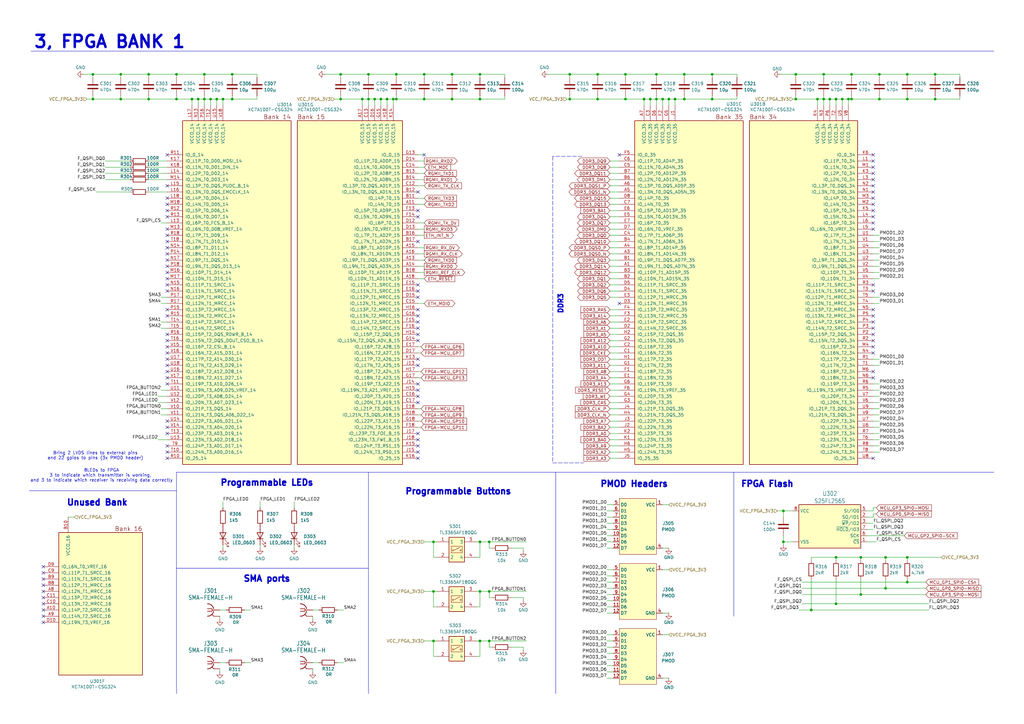
<source format=kicad_sch>
(kicad_sch (version 20250114) (generator "eeschema") (generator_version "9.0")
  (paper "A3")
  (text "Programmable LEDs" (at 109.474 198.12 0) (effects (font (size 2.5 2.5) (thickness 0.6) (bold yes))))
  (text "SMA ports" (at 109.474 237.49 0) (effects (font (size 2.5 2.5) (thickness 0.6) (bold yes))))
  (text "Bring 2 LVDS lines to external pins\nand 22 gpios to pins (3x PMOD header)" (at 39.116 186.944 0) (effects (font (size 1.27 1.27))))
  (text "8LEDs to FPGA\n3 to indicate which transmitter is working, \nand 3 to indicate which receiver is receiving data correctly" (at 41.656 195.072 0) (effects (font (size 1.27 1.27))))
  (text "Unused Bank\n" (at 39.878 206.248 0) (effects (font (size 2.5 2.5) (thickness 0.6) (bold yes))))
  (text "Programmable Buttons" (at 187.96 201.676 0) (effects (font (size 2.5 2.5) (thickness 0.6) (bold yes))))
  (text "FPGA Flash" (at 314.706 198.628 0) (effects (font (size 2.5 2.5) (thickness 0.6) (bold yes))))
  (text "PMOD Headers" (at 260.096 198.628 0) (effects (font (size 2.5 2.5) (thickness 0.6) (bold yes))))
  (text "3, FPGA BANK 1" (at 44.958 17.272 0) (effects (font (size 5 5) (thickness 1) (bold yes))))
  (text "DDR3" (at 231.14 128.905 90) (effects (font (size 2 2) (thickness 0.5994) (bold yes)) (justify left bottom)))
  (junction (at 280.67 40.64))
  (junction (at 321.31 222.25))
  (junction (at 372.11 40.64))
  (junction (at 347.98 40.64))
  (junction (at 196.85 262.89))
  (junction (at 95.25 40.64))
  (junction (at 383.54 30.48))
  (junction (at 156.21 40.64))
  (junction (at 372.11 238.76))
  (junction (at 269.24 30.48))
  (junction (at 200.66 262.89))
  (junction (at 60.96 30.48))
  (junction (at 271.78 40.64))
  (junction (at 342.9 40.64))
  (junction (at 72.39 40.64))
  (junction (at 326.39 30.48))
  (junction (at 383.54 40.64))
  (junction (at 292.1 30.48))
  (junction (at 161.29 40.64))
  (junction (at 345.44 40.64))
  (junction (at 360.68 40.64))
  (junction (at 49.53 30.48))
  (junction (at 326.39 40.64))
  (junction (at 372.11 228.6))
  (junction (at 363.22 228.6))
  (junction (at 173.99 30.48))
  (junction (at 342.9 228.6))
  (junction (at 86.36 40.64))
  (junction (at 372.11 30.48))
  (junction (at 276.86 40.64))
  (junction (at 292.1 40.64))
  (junction (at 72.39 30.48))
  (junction (at 269.24 40.64))
  (junction (at 177.8 222.25))
  (junction (at 335.28 40.64))
  (junction (at 158.75 40.64))
  (junction (at 353.06 228.6))
  (junction (at 196.85 222.25))
  (junction (at 256.54 30.48))
  (junction (at 151.13 40.64))
  (junction (at 196.85 30.48))
  (junction (at 363.22 241.3))
  (junction (at 177.8 242.57))
  (junction (at 280.67 30.48))
  (junction (at 162.56 40.64))
  (junction (at 38.1 40.64))
  (junction (at 60.96 40.64))
  (junction (at 200.66 222.25))
  (junction (at 266.7 40.64))
  (junction (at 173.99 40.64))
  (junction (at 185.42 40.64))
  (junction (at 274.32 40.64))
  (junction (at 38.1 30.48))
  (junction (at 340.36 40.64))
  (junction (at 185.42 30.48))
  (junction (at 233.68 30.48))
  (junction (at 337.82 40.64))
  (junction (at 78.74 40.64))
  (junction (at 196.85 40.64))
  (junction (at 139.7 40.64))
  (junction (at 349.25 30.48))
  (junction (at 353.06 243.84))
  (junction (at 49.53 40.64))
  (junction (at 162.56 30.48))
  (junction (at 139.7 30.48))
  (junction (at 360.68 30.48))
  (junction (at 321.31 209.55))
  (junction (at 151.13 30.48))
  (junction (at 88.9 40.64))
  (junction (at 81.28 40.64))
  (junction (at 95.25 30.48))
  (junction (at 91.44 40.64))
  (junction (at 256.54 40.64))
  (junction (at 332.74 250.19))
  (junction (at 196.85 242.57))
  (junction (at 177.8 262.89))
  (junction (at 342.9 247.65))
  (junction (at 83.82 30.48))
  (junction (at 83.82 40.64))
  (junction (at 148.59 40.64))
  (junction (at 245.11 40.64))
  (junction (at 153.67 40.64))
  (junction (at 349.25 40.64))
  (junction (at 337.82 30.48))
  (junction (at 233.68 40.64))
  (junction (at 264.16 40.64))
  (junction (at 245.11 30.48))
  (junction (at 200.66 242.57))
  (no_connect (at 68.58 149.86))
  (no_connect (at 171.45 139.7))
  (no_connect (at 17.78 247.65))
  (no_connect (at 68.58 114.3))
  (no_connect (at 358.14 127))
  (no_connect (at 171.45 116.84))
  (no_connect (at 171.45 187.96))
  (no_connect (at 68.58 157.48))
  (no_connect (at 358.14 132.08))
  (no_connect (at 68.58 76.2))
  (no_connect (at 171.45 137.16))
  (no_connect (at 68.58 139.7))
  (no_connect (at 68.58 86.36))
  (no_connect (at 171.45 119.38))
  (no_connect (at 68.58 144.78))
  (no_connect (at 68.58 104.14))
  (no_connect (at 68.58 175.26))
  (no_connect (at 358.14 152.4))
  (no_connect (at 17.78 234.95))
  (no_connect (at 358.14 129.54))
  (no_connect (at 68.58 96.52))
  (no_connect (at 17.78 242.57))
  (no_connect (at 171.45 88.9))
  (no_connect (at 358.14 139.7))
  (no_connect (at 68.58 81.28))
  (no_connect (at 358.14 66.04))
  (no_connect (at 171.45 78.74))
  (no_connect (at 68.58 182.88))
  (no_connect (at 358.14 134.62))
  (no_connect (at 68.58 154.94))
  (no_connect (at 17.78 245.11))
  (no_connect (at 68.58 63.5))
  (no_connect (at 358.14 71.12))
  (no_connect (at 68.58 185.42))
  (no_connect (at 358.14 119.38))
  (no_connect (at 68.58 152.4))
  (no_connect (at 358.14 83.82))
  (no_connect (at 68.58 177.8))
  (no_connect (at 68.58 119.38))
  (no_connect (at 68.58 83.82))
  (no_connect (at 171.45 134.62))
  (no_connect (at 171.45 127))
  (no_connect (at 17.78 240.03))
  (no_connect (at 358.14 116.84))
  (no_connect (at 171.45 149.86))
  (no_connect (at 68.58 88.9))
  (no_connect (at 358.14 63.5))
  (no_connect (at 254 124.46))
  (no_connect (at 68.58 109.22))
  (no_connect (at 358.14 88.9))
  (no_connect (at 68.58 142.24))
  (no_connect (at 358.14 144.78))
  (no_connect (at 358.14 76.2))
  (no_connect (at 358.14 68.58))
  (no_connect (at 17.78 255.27))
  (no_connect (at 358.14 154.94))
  (no_connect (at 68.58 106.68))
  (no_connect (at 68.58 101.6))
  (no_connect (at 17.78 250.19))
  (no_connect (at 171.45 177.8))
  (no_connect (at 68.58 127))
  (no_connect (at 358.14 142.24))
  (no_connect (at 171.45 157.48))
  (no_connect (at 17.78 237.49))
  (no_connect (at 358.14 137.16))
  (no_connect (at 68.58 99.06))
  (no_connect (at 358.14 81.28))
  (no_connect (at 171.45 185.42))
  (no_connect (at 171.45 99.06))
  (no_connect (at 171.45 121.92))
  (no_connect (at 68.58 111.76))
  (no_connect (at 68.58 147.32))
  (no_connect (at 358.14 93.98))
  (no_connect (at 171.45 160.02))
  (no_connect (at 171.45 180.34))
  (no_connect (at 171.45 129.54))
  (no_connect (at 171.45 86.36))
  (no_connect (at 358.14 73.66))
  (no_connect (at 68.58 137.16))
  (no_connect (at 68.58 172.72))
  (no_connect (at 358.14 187.96))
  (no_connect (at 171.45 132.08))
  (no_connect (at 358.14 78.74))
  (no_connect (at 358.14 91.44))
  (no_connect (at 254 63.5))
  (no_connect (at 171.45 165.1))
  (no_connect (at 358.14 86.36))
  (no_connect (at 171.45 162.56))
  (no_connect (at 68.58 129.54))
  (no_connect (at 17.78 232.41))
  (no_connect (at 68.58 93.98))
  (no_connect (at 173.99 63.5))
  (no_connect (at 171.45 182.88))
  (no_connect (at 68.58 187.96))
  (no_connect (at 68.58 116.84))
  (no_connect (at 17.78 252.73))
  (no_connect (at 171.45 147.32))
  (wire (pts (xy 64.77 165.1) (xy 68.58 165.1)))
  (wire (pts (xy 179.07 228.6) (xy 177.8 228.6)))
  (wire (pts (xy 276.86 40.64) (xy 276.86 43.18)))
  (wire (pts (xy 360.68 101.6) (xy 358.14 101.6)))
  (wire (pts (xy 250.19 68.58) (xy 254 68.58)))
  (wire (pts (xy 250.19 167.64) (xy 254 167.64)))
  (wire (pts (xy 358.14 209.55) (xy 355.6 209.55)))
  (wire (pts (xy 172.72 172.72) (xy 171.45 172.72)))
  (wire (pts (xy 250.19 109.22) (xy 254 109.22)))
  (wire (pts (xy 250.19 83.82) (xy 254 83.82)))
  (wire (pts (xy 292.1 40.64) (xy 302.26 40.64)))
  (wire (pts (xy 280.67 30.48) (xy 280.67 31.75)))
  (wire (pts (xy 43.18 66.04) (xy 53.34 66.04)))
  (wire (pts (xy 171.45 111.76) (xy 173.99 111.76)))
  (wire (pts (xy 106.68 223.52) (xy 106.68 224.79)))
  (wire (pts (xy 321.31 209.55) (xy 325.12 209.55)))
  (wire (pts (xy 250.19 114.3) (xy 254 114.3)))
  (wire (pts (xy 276.86 40.64) (xy 280.67 40.64)))
  (wire (pts (xy 372.11 31.75) (xy 372.11 30.48)))
  (wire (pts (xy 200.66 222.25) (xy 215.9 222.25)))
  (wire (pts (xy 248.92 278.13) (xy 251.46 278.13)))
  (wire (pts (xy 171.45 73.66) (xy 173.99 73.66)))
  (wire (pts (xy 250.19 93.98) (xy 254 93.98)))
  (wire (pts (xy 342.9 40.64) (xy 345.44 40.64)))
  (wire (pts (xy 196.85 40.64) (xy 207.01 40.64)))
  (wire (pts (xy 196.85 222.25) (xy 200.66 222.25)))
  (wire (pts (xy 171.45 83.82) (xy 173.99 83.82)))
  (wire (pts (xy 207.01 31.75) (xy 207.01 30.48)))
  (wire (pts (xy 162.56 30.48) (xy 173.99 30.48)))
  (wire (pts (xy 271.78 207.01) (xy 274.32 207.01)))
  (polyline (pts (xy 151.13 284.48) (xy 151.13 193.675)))
  (wire (pts (xy 248.92 262.89) (xy 251.46 262.89)))
  (wire (pts (xy 269.24 40.64) (xy 269.24 43.18)))
  (wire (pts (xy 78.74 40.64) (xy 81.28 40.64)))
  (wire (pts (xy 43.18 68.58) (xy 53.34 68.58)))
  (wire (pts (xy 66.04 160.02) (xy 68.58 160.02)))
  (wire (pts (xy 269.24 40.64) (xy 271.78 40.64)))
  (wire (pts (xy 271.78 251.46) (xy 274.32 251.46)))
  (wire (pts (xy 360.68 157.48) (xy 358.14 157.48)))
  (wire (pts (xy 332.74 250.19) (xy 381 250.19)))
  (wire (pts (xy 302.26 40.64) (xy 302.26 39.37)))
  (wire (pts (xy 332.74 237.49) (xy 332.74 250.19)))
  (wire (pts (xy 171.45 66.04) (xy 173.99 66.04)))
  (wire (pts (xy 264.16 40.64) (xy 264.16 43.18)))
  (wire (pts (xy 393.7 31.75) (xy 393.7 30.48)))
  (wire (pts (xy 358.14 177.8) (xy 360.68 177.8)))
  (wire (pts (xy 248.92 222.25) (xy 251.46 222.25)))
  (wire (pts (xy 248.92 233.68) (xy 251.46 233.68)))
  (wire (pts (xy 250.19 185.42) (xy 254 185.42)))
  (wire (pts (xy 292.1 30.48) (xy 292.1 31.75)))
  (wire (pts (xy 128.27 274.32) (xy 128.27 275.59)))
  (wire (pts (xy 248.92 246.38) (xy 251.46 246.38)))
  (wire (pts (xy 358.14 180.34) (xy 360.68 180.34)))
  (wire (pts (xy 250.19 119.38) (xy 254 119.38)))
  (wire (pts (xy 90.17 271.78) (xy 92.71 271.78)))
  (wire (pts (xy 363.22 237.49) (xy 363.22 241.3)))
  (wire (pts (xy 171.45 96.52) (xy 173.99 96.52)))
  (wire (pts (xy 173.99 30.48) (xy 185.42 30.48)))
  (polyline (pts (xy 300.99 252.73) (xy 300.99 193.675)))
  (polyline (pts (xy 226.695 64.135) (xy 226.695 189.865)) (stroke (width 0) (type dash)))
  (wire (pts (xy 177.8 269.24) (xy 177.8 262.89)))
  (wire (pts (xy 269.24 39.37) (xy 269.24 40.64)))
  (wire (pts (xy 271.78 40.64) (xy 274.32 40.64)))
  (wire (pts (xy 325.12 222.25) (xy 321.31 222.25)))
  (wire (pts (xy 196.85 30.48) (xy 196.85 31.75)))
  (wire (pts (xy 128.27 252.73) (xy 128.27 254)))
  (wire (pts (xy 91.44 40.64) (xy 95.25 40.64)))
  (wire (pts (xy 83.82 40.64) (xy 83.82 43.18)))
  (wire (pts (xy 173.99 39.37) (xy 173.99 40.64)))
  (wire (pts (xy 196.85 262.89) (xy 200.66 262.89)))
  (wire (pts (xy 177.8 242.57) (xy 179.07 242.57)))
  (wire (pts (xy 66.04 124.46) (xy 68.58 124.46)))
  (wire (pts (xy 214.63 226.06) (xy 214.63 224.79)))
  (wire (pts (xy 372.11 237.49) (xy 372.11 238.76)))
  (wire (pts (xy 214.63 224.79) (xy 209.55 224.79)))
  (wire (pts (xy 250.19 162.56) (xy 254 162.56)))
  (wire (pts (xy 256.54 30.48) (xy 256.54 31.75)))
  (wire (pts (xy 139.7 30.48) (xy 139.7 31.75)))
  (wire (pts (xy 360.68 111.76) (xy 358.14 111.76)))
  (wire (pts (xy 250.19 106.68) (xy 254 106.68)))
  (wire (pts (xy 201.93 224.79) (xy 200.66 224.79)))
  (wire (pts (xy 355.6 219.71) (xy 370.84 219.71)))
  (wire (pts (xy 72.39 40.64) (xy 78.74 40.64)))
  (wire (pts (xy 250.19 127) (xy 254 127)))
  (wire (pts (xy 360.68 40.64) (xy 372.11 40.64)))
  (wire (pts (xy 171.45 106.68) (xy 173.99 106.68)))
  (wire (pts (xy 86.36 40.64) (xy 88.9 40.64)))
  (wire (pts (xy 280.67 30.48) (xy 292.1 30.48)))
  (wire (pts (xy 250.19 154.94) (xy 254 154.94)))
  (wire (pts (xy 153.67 40.64) (xy 156.21 40.64)))
  (wire (pts (xy 383.54 31.75) (xy 383.54 30.48)))
  (wire (pts (xy 335.28 40.64) (xy 335.28 43.18)))
  (wire (pts (xy 233.68 39.37) (xy 233.68 40.64)))
  (wire (pts (xy 328.93 243.84) (xy 353.06 243.84)))
  (wire (pts (xy 250.19 111.76) (xy 254 111.76)))
  (wire (pts (xy 321.31 219.71) (xy 321.31 222.25)))
  (wire (pts (xy 81.28 40.64) (xy 81.28 43.18)))
  (wire (pts (xy 274.32 40.64) (xy 274.32 43.18)))
  (wire (pts (xy 248.92 275.59) (xy 251.46 275.59)))
  (wire (pts (xy 386.08 228.6) (xy 372.11 228.6)))
  (wire (pts (xy 171.45 124.46) (xy 173.99 124.46)))
  (wire (pts (xy 360.68 30.48) (xy 360.68 31.75)))
  (wire (pts (xy 95.25 30.48) (xy 83.82 30.48)))
  (wire (pts (xy 66.04 132.08) (xy 68.58 132.08)))
  (wire (pts (xy 250.19 160.02) (xy 254 160.02)))
  (wire (pts (xy 66.04 170.18) (xy 68.58 170.18)))
  (wire (pts (xy 38.1 30.48) (xy 38.1 31.75)))
  (wire (pts (xy 162.56 39.37) (xy 162.56 40.64)))
  (wire (pts (xy 34.29 30.48) (xy 38.1 30.48)))
  (wire (pts (xy 292.1 30.48) (xy 302.26 30.48)))
  (wire (pts (xy 248.92 224.79) (xy 251.46 224.79)))
  (wire (pts (xy 214.63 246.38) (xy 214.63 245.11)))
  (wire (pts (xy 332.74 228.6) (xy 342.9 228.6)))
  (wire (pts (xy 196.85 248.92) (xy 196.85 242.57)))
  (wire (pts (xy 342.9 237.49) (xy 342.9 247.65)))
  (wire (pts (xy 177.8 222.25) (xy 179.07 222.25)))
  (wire (pts (xy 106.68 205.74) (xy 106.68 208.28)))
  (wire (pts (xy 64.77 180.34) (xy 68.58 180.34)))
  (wire (pts (xy 250.19 175.26) (xy 254 175.26)))
  (wire (pts (xy 359.41 222.25) (xy 355.6 222.25)))
  (wire (pts (xy 72.39 30.48) (xy 72.39 31.75)))
  (wire (pts (xy 200.66 222.25) (xy 200.66 224.79)))
  (wire (pts (xy 271.78 224.79) (xy 274.32 224.79)))
  (wire (pts (xy 201.93 265.43) (xy 200.66 265.43)))
  (wire (pts (xy 250.19 86.36) (xy 254 86.36)))
  (wire (pts (xy 91.44 205.74) (xy 91.44 208.28)))
  (wire (pts (xy 271.78 278.13) (xy 274.32 278.13)))
  (wire (pts (xy 148.59 40.64) (xy 151.13 40.64)))
  (wire (pts (xy 280.67 39.37) (xy 280.67 40.64)))
  (wire (pts (xy 38.1 40.64) (xy 49.53 40.64)))
  (wire (pts (xy 250.19 71.12) (xy 254 71.12)))
  (wire (pts (xy 195.58 242.57) (xy 196.85 242.57)))
  (wire (pts (xy 171.45 68.58) (xy 173.99 68.58)))
  (wire (pts (xy 88.9 40.64) (xy 91.44 40.64)))
  (wire (pts (xy 171.45 104.14) (xy 173.99 104.14)))
  (wire (pts (xy 349.25 39.37) (xy 349.25 40.64)))
  (wire (pts (xy 196.85 228.6) (xy 196.85 222.25)))
  (wire (pts (xy 60.96 68.58) (xy 68.58 68.58)))
  (wire (pts (xy 250.19 147.32) (xy 254 147.32)))
  (wire (pts (xy 342.9 247.65) (xy 381 247.65)))
  (wire (pts (xy 161.29 40.64) (xy 162.56 40.64)))
  (wire (pts (xy 250.19 152.4) (xy 254 152.4)))
  (wire (pts (xy 196.85 269.24) (xy 196.85 262.89)))
  (wire (pts (xy 137.16 40.64) (xy 139.7 40.64)))
  (wire (pts (xy 328.93 247.65) (xy 342.9 247.65)))
  (wire (pts (xy 266.7 40.64) (xy 269.24 40.64)))
  (wire (pts (xy 179.07 269.24) (xy 177.8 269.24)))
  (wire (pts (xy 161.29 40.64) (xy 161.29 43.18)))
  (wire (pts (xy 358.14 185.42) (xy 360.68 185.42)))
  (wire (pts (xy 250.19 116.84) (xy 254 116.84)))
  (wire (pts (xy 43.18 71.12) (xy 53.34 71.12)))
  (wire (pts (xy 177.8 228.6) (xy 177.8 222.25)))
  (polyline (pts (xy 226.695 189.865) (xy 239.395 189.865)) (stroke (width 0) (type dash)))
  (wire (pts (xy 372.11 238.76) (xy 379.73 238.76)))
  (wire (pts (xy 78.74 40.64) (xy 78.74 43.18)))
  (wire (pts (xy 172.72 154.94) (xy 171.45 154.94)))
  (wire (pts (xy 245.11 39.37) (xy 245.11 40.64)))
  (wire (pts (xy 172.72 170.18) (xy 171.45 170.18)))
  (wire (pts (xy 269.24 30.48) (xy 269.24 31.75)))
  (wire (pts (xy 372.11 39.37) (xy 372.11 40.64)))
  (wire (pts (xy 250.19 182.88) (xy 254 182.88)))
  (wire (pts (xy 158.75 40.64) (xy 161.29 40.64)))
  (wire (pts (xy 172.72 152.4) (xy 171.45 152.4)))
  (wire (pts (xy 60.96 71.12) (xy 68.58 71.12)))
  (wire (pts (xy 158.75 40.64) (xy 158.75 43.18)))
  (wire (pts (xy 248.92 214.63) (xy 251.46 214.63)))
  (wire (pts (xy 250.19 78.74) (xy 254 78.74)))
  (wire (pts (xy 250.19 91.44) (xy 254 91.44)))
  (wire (pts (xy 250.19 96.52) (xy 254 96.52)))
  (wire (pts (xy 250.19 187.96) (xy 254 187.96)))
  (wire (pts (xy 325.12 40.64) (xy 326.39 40.64)))
  (wire (pts (xy 90.17 252.73) (xy 90.17 254)))
  (polyline (pts (xy 12.065 201.295) (xy 72.39 201.295)))
  (wire (pts (xy 156.21 40.64) (xy 156.21 43.18)))
  (wire (pts (xy 250.19 101.6) (xy 254 101.6)))
  (wire (pts (xy 200.66 262.89) (xy 200.66 265.43)))
  (wire (pts (xy 248.92 265.43) (xy 251.46 265.43)))
  (wire (pts (xy 274.32 40.64) (xy 276.86 40.64)))
  (wire (pts (xy 271.78 233.68) (xy 274.32 233.68)))
  (wire (pts (xy 321.31 209.55) (xy 321.31 212.09)))
  (wire (pts (xy 271.78 40.64) (xy 271.78 43.18)))
  (wire (pts (xy 250.19 88.9) (xy 254 88.9)))
  (wire (pts (xy 363.22 241.3) (xy 379.73 241.3)))
  (wire (pts (xy 120.65 223.52) (xy 120.65 224.79)))
  (wire (pts (xy 171.45 101.6) (xy 173.99 101.6)))
  (wire (pts (xy 171.45 63.5) (xy 173.99 63.5)))
  (wire (pts (xy 250.19 129.54) (xy 254 129.54)))
  (wire (pts (xy 177.8 262.89) (xy 179.07 262.89)))
  (wire (pts (xy 171.45 71.12) (xy 173.99 71.12)))
  (wire (pts (xy 173.99 242.57) (xy 177.8 242.57)))
  (wire (pts (xy 224.79 30.48) (xy 233.68 30.48)))
  (wire (pts (xy 250.19 149.86) (xy 254 149.86)))
  (wire (pts (xy 86.36 40.64) (xy 86.36 43.18)))
  (wire (pts (xy 353.06 228.6) (xy 353.06 229.87)))
  (wire (pts (xy 250.19 144.78) (xy 254 144.78)))
  (wire (pts (xy 95.25 39.37) (xy 95.25 40.64)))
  (wire (pts (xy 105.41 39.37) (xy 105.41 40.64)))
  (wire (pts (xy 269.24 30.48) (xy 280.67 30.48)))
  (wire (pts (xy 207.01 39.37) (xy 207.01 40.64)))
  (wire (pts (xy 321.31 222.25) (xy 321.31 223.52)))
  (wire (pts (xy 200.66 262.89) (xy 215.9 262.89)))
  (wire (pts (xy 171.45 91.44) (xy 173.99 91.44)))
  (wire (pts (xy 353.06 243.84) (xy 379.73 243.84)))
  (wire (pts (xy 360.68 162.56) (xy 358.14 162.56)))
  (wire (pts (xy 345.44 40.64) (xy 345.44 43.18)))
  (wire (pts (xy 49.53 30.48) (xy 49.53 31.75)))
  (wire (pts (xy 327.66 250.19) (xy 332.74 250.19)))
  (wire (pts (xy 171.45 109.22) (xy 173.99 109.22)))
  (wire (pts (xy 337.82 40.64) (xy 340.36 40.64)))
  (wire (pts (xy 196.85 30.48) (xy 207.01 30.48)))
  (wire (pts (xy 105.41 30.48) (xy 95.25 30.48)))
  (wire (pts (xy 30.48 212.09) (xy 27.94 212.09)))
  (wire (pts (xy 245.11 40.64) (xy 256.54 40.64)))
  (wire (pts (xy 151.13 40.64) (xy 153.67 40.64)))
  (wire (pts (xy 66.04 134.62) (xy 68.58 134.62)))
  (wire (pts (xy 173.99 30.48) (xy 173.99 31.75)))
  (wire (pts (xy 250.19 142.24) (xy 254 142.24)))
  (wire (pts (xy 360.68 109.22) (xy 358.14 109.22)))
  (wire (pts (xy 355.6 217.17) (xy 358.14 217.17)))
  (polyline (pts (xy 238.76 64.135) (xy 226.695 64.135)) (stroke (width 0) (type dash)))
  (wire (pts (xy 266.7 40.64) (xy 266.7 43.18)))
  (wire (pts (xy 335.28 40.64) (xy 337.82 40.64)))
  (wire (pts (xy 39.37 78.74) (xy 53.34 78.74)))
  (wire (pts (xy 72.39 39.37) (xy 72.39 40.64)))
  (wire (pts (xy 100.33 271.78) (xy 102.87 271.78)))
  (wire (pts (xy 95.25 40.64) (xy 105.41 40.64)))
  (wire (pts (xy 177.8 248.92) (xy 177.8 242.57)))
  (wire (pts (xy 171.45 114.3) (xy 173.99 114.3)))
  (wire (pts (xy 360.68 170.18) (xy 358.14 170.18)))
  (wire (pts (xy 248.92 238.76) (xy 251.46 238.76)))
  (wire (pts (xy 248.92 273.05) (xy 251.46 273.05)))
  (wire (pts (xy 358.14 210.82) (xy 358.14 212.09)))
  (wire (pts (xy 66.04 121.92) (xy 68.58 121.92)))
  (wire (pts (xy 195.58 222.25) (xy 196.85 222.25)))
  (wire (pts (xy 372.11 30.48) (xy 383.54 30.48)))
  (wire (pts (xy 64.77 162.56) (xy 68.58 162.56)))
  (wire (pts (xy 360.68 99.06) (xy 358.14 99.06)))
  (wire (pts (xy 133.35 30.48) (xy 139.7 30.48)))
  (wire (pts (xy 250.19 157.48) (xy 254 157.48)))
  (wire (pts (xy 248.92 251.46) (xy 251.46 251.46)))
  (wire (pts (xy 233.68 40.64) (xy 245.11 40.64)))
  (wire (pts (xy 383.54 30.48) (xy 393.7 30.48)))
  (wire (pts (xy 38.1 30.48) (xy 49.53 30.48)))
  (wire (pts (xy 214.63 245.11) (xy 209.55 245.11)))
  (wire (pts (xy 173.99 262.89) (xy 177.8 262.89)))
  (wire (pts (xy 360.68 165.1) (xy 358.14 165.1)))
  (wire (pts (xy 200.66 242.57) (xy 215.9 242.57)))
  (wire (pts (xy 172.72 167.64) (xy 171.45 167.64)))
  (wire (pts (xy 66.04 91.44) (xy 68.58 91.44)))
  (wire (pts (xy 358.14 208.28) (xy 358.14 209.55)))
  (wire (pts (xy 248.92 267.97) (xy 251.46 267.97)))
  (wire (pts (xy 248.92 217.17) (xy 251.46 217.17)))
  (wire (pts (xy 172.72 175.26) (xy 171.45 175.26)))
  (wire (pts (xy 345.44 40.64) (xy 347.98 40.64)))
  (wire (pts (xy 156.21 40.64) (xy 158.75 40.64)))
  (wire (pts (xy 328.93 238.76) (xy 372.11 238.76)))
  (wire (pts (xy 360.68 160.02) (xy 358.14 160.02)))
  (wire (pts (xy 49.53 30.48) (xy 60.96 30.48)))
  (wire (pts (xy 250.19 104.14) (xy 254 104.14)))
  (wire (pts (xy 250.19 99.06) (xy 254 99.06)))
  (wire (pts (xy 250.19 139.7) (xy 254 139.7)))
  (wire (pts (xy 72.39 30.48) (xy 83.82 30.48)))
  (wire (pts (xy 233.68 30.48) (xy 245.11 30.48)))
  (wire (pts (xy 372.11 40.64) (xy 383.54 40.64)))
  (wire (pts (xy 250.19 134.62) (xy 254 134.62)))
  (wire (pts (xy 173.99 222.25) (xy 177.8 222.25)))
  (wire (pts (xy 340.36 40.64) (xy 342.9 40.64)))
  (wire (pts (xy 214.63 265.43) (xy 209.55 265.43)))
  (wire (pts (xy 171.45 81.28) (xy 173.99 81.28)))
  (polyline (pts (xy 72.39 233.045) (xy 151.13 233.045)))
  (wire (pts (xy 250.19 121.92) (xy 254 121.92)))
  (wire (pts (xy 250.19 172.72) (xy 254 172.72)))
  (wire (pts (xy 195.58 248.92) (xy 196.85 248.92)))
  (wire (pts (xy 214.63 266.7) (xy 214.63 265.43)))
  (wire (pts (xy 360.68 96.52) (xy 358.14 96.52)))
  (polyline (pts (xy 227.965 284.48) (xy 227.965 193.675)))
  (wire (pts (xy 83.82 31.75) (xy 83.82 30.48)))
  (wire (pts (xy 232.41 40.64) (xy 233.68 40.64)))
  (wire (pts (xy 185.42 30.48) (xy 196.85 30.48)))
  (wire (pts (xy 162.56 30.48) (xy 162.56 31.75)))
  (wire (pts (xy 347.98 40.64) (xy 349.25 40.64)))
  (wire (pts (xy 148.59 40.64) (xy 148.59 43.18)))
  (wire (pts (xy 151.13 39.37) (xy 151.13 40.64)))
  (wire (pts (xy 60.96 39.37) (xy 60.96 40.64)))
  (wire (pts (xy 302.26 31.75) (xy 302.26 30.48)))
  (wire (pts (xy 43.18 73.66) (xy 53.34 73.66)))
  (wire (pts (xy 38.1 39.37) (xy 38.1 40.64)))
  (wire (pts (xy 340.36 40.64) (xy 340.36 43.18)))
  (wire (pts (xy 360.68 114.3) (xy 358.14 114.3)))
  (wire (pts (xy 349.25 40.64) (xy 360.68 40.64)))
  (wire (pts (xy 250.19 177.8) (xy 254 177.8)))
  (wire (pts (xy 320.04 30.48) (xy 326.39 30.48)))
  (wire (pts (xy 248.92 236.22) (xy 251.46 236.22)))
  (wire (pts (xy 91.44 223.52) (xy 91.44 224.79)))
  (wire (pts (xy 248.92 248.92) (xy 251.46 248.92)))
  (wire (pts (xy 250.19 76.2) (xy 254 76.2)))
  (wire (pts (xy 360.68 104.14) (xy 358.14 104.14)))
  (wire (pts (xy 318.77 209.55) (xy 321.31 209.55)))
  (wire (pts (xy 326.39 30.48) (xy 337.82 30.48)))
  (wire (pts (xy 248.92 207.01) (xy 251.46 207.01)))
  (wire (pts (xy 342.9 228.6) (xy 342.9 229.87)))
  (wire (pts (xy 264.16 40.64) (xy 266.7 40.64)))
  (wire (pts (xy 363.22 228.6) (xy 363.22 229.87)))
  (wire (pts (xy 139.7 30.48) (xy 151.13 30.48)))
  (wire (pts (xy 250.19 66.04) (xy 254 66.04)))
  (wire (pts (xy 337.82 30.48) (xy 349.25 30.48)))
  (wire (pts (xy 256.54 30.48) (xy 269.24 30.48)))
  (wire (pts (xy 342.9 40.64) (xy 342.9 43.18)))
  (wire (pts (xy 120.65 205.74) (xy 120.65 208.28)))
  (wire (pts (xy 353.06 237.49) (xy 353.06 243.84)))
  (wire (pts (xy 360.68 167.64) (xy 358.14 167.64)))
  (wire (pts (xy 248.92 243.84) (xy 251.46 243.84)))
  (wire (pts (xy 233.68 30.48) (xy 233.68 31.75)))
  (wire (pts (xy 248.92 270.51) (xy 251.46 270.51)))
  (wire (pts (xy 185.42 30.48) (xy 185.42 31.75)))
  (wire (pts (xy 250.19 73.66) (xy 254 73.66)))
  (wire (pts (xy 358.14 175.26) (xy 360.68 175.26)))
  (wire (pts (xy 337.82 30.48) (xy 337.82 31.75)))
  (wire (pts (xy 248.92 241.3) (xy 251.46 241.3)))
  (wire (pts (xy 49.53 39.37) (xy 49.53 40.64)))
  (wire (pts (xy 360.68 121.92) (xy 358.14 121.92)))
  (polyline (pts (xy 72.39 193.675) (xy 407.67 193.675)))
  (wire (pts (xy 360.68 30.48) (xy 372.11 30.48)))
  (wire (pts (xy 60.96 78.74) (xy 68.58 78.74)))
  (wire (pts (xy 195.58 228.6) (xy 196.85 228.6)))
  (wire (pts (xy 353.06 228.6) (xy 363.22 228.6)))
  (wire (pts (xy 248.92 260.35) (xy 251.46 260.35)))
  (wire (pts (xy 128.27 271.78) (xy 130.81 271.78)))
  (wire (pts (xy 245.11 30.48) (xy 245.11 31.75)))
  (wire (pts (xy 138.43 271.78) (xy 140.97 271.78)))
  (wire (pts (xy 326.39 30.48) (xy 326.39 31.75)))
  (wire (pts (xy 349.25 30.48) (xy 349.25 31.75)))
  (wire (pts (xy 360.68 149.86) (xy 358.14 149.86)))
  (wire (pts (xy 83.82 39.37) (xy 83.82 40.64)))
  (wire (pts (xy 139.7 39.37) (xy 139.7 40.64)))
  (wire (pts (xy 250.19 81.28) (xy 254 81.28)))
  (wire (pts (xy 151.13 43.18) (xy 151.13 40.64)))
  (wire (pts (xy 171.45 93.98) (xy 173.99 93.98)))
  (wire (pts (xy 245.11 30.48) (xy 256.54 30.48)))
  (wire (pts (xy 360.68 147.32) (xy 358.14 147.32)))
  (wire (pts (xy 358.14 172.72) (xy 360.68 172.72)))
  (wire (pts (xy 326.39 40.64) (xy 335.28 40.64)))
  (wire (pts (xy 200.66 242.57) (xy 200.66 245.11)))
  (wire (pts (xy 328.93 241.3) (xy 363.22 241.3)))
  (wire (pts (xy 271.78 260.35) (xy 274.32 260.35)))
  (wire (pts (xy 60.96 73.66) (xy 68.58 73.66)))
  (wire (pts (xy 360.68 124.46) (xy 358.14 124.46)))
  (wire (pts (xy 383.54 40.64) (xy 393.7 40.64)))
  (wire (pts (xy 248.92 209.55) (xy 251.46 209.55)))
  (wire (pts (xy 90.17 274.32) (xy 90.17 275.59)))
  (wire (pts (xy 83.82 40.64) (xy 86.36 40.64)))
  (wire (pts (xy 151.13 30.48) (xy 151.13 31.75)))
  (wire (pts (xy 179.07 248.92) (xy 177.8 248.92)))
  (wire (pts (xy 256.54 40.64) (xy 264.16 40.64)))
  (wire (pts (xy 250.19 170.18) (xy 254 170.18)))
  (wire (pts (xy 360.68 39.37) (xy 360.68 40.64)))
  (wire (pts (xy 91.44 40.64) (xy 91.44 43.18)))
  (wire (pts (xy 105.41 31.75) (xy 105.41 30.48)))
  (wire (pts (xy 196.85 39.37) (xy 196.85 40.64)))
  (wire (pts (xy 342.9 228.6) (xy 353.06 228.6)))
  (wire (pts (xy 383.54 39.37) (xy 383.54 40.64)))
  (wire (pts (xy 173.99 40.64) (xy 185.42 40.64)))
  (wire (pts (xy 153.67 40.64) (xy 153.67 43.18)))
  (wire (pts (xy 196.85 242.57) (xy 200.66 242.57)))
  (wire (pts (xy 280.67 40.64) (xy 292.1 40.64)))
  (wire (pts (xy 49.53 40.64) (xy 60.96 40.64)))
  (wire (pts (xy 185.42 40.64) (xy 196.85 40.64)))
  (wire (pts (xy 358.14 208.28) (xy 359.41 208.28)))
  (wire (pts (xy 100.33 250.19) (xy 102.87 250.19)))
  (wire (pts (xy 250.19 165.1) (xy 254 165.1)))
  (wire (pts (xy 66.04 167.64) (xy 68.58 167.64)))
  (wire (pts (xy 172.72 142.24) (xy 171.45 142.24)))
  (wire (pts (xy 363.22 228.6) (xy 372.11 228.6)))
  (wire (pts (xy 326.39 39.37) (xy 326.39 40.64)))
  (wire (pts (xy 358.14 210.82) (xy 359.41 210.82)))
  (wire (pts (xy 337.82 40.64) (xy 337.82 43.18)))
  (wire (pts (xy 195.58 269.24) (xy 196.85 269.24)))
  (wire (pts (xy 358.14 212.09) (xy 355.6 212.09)))
  (wire (pts (xy 172.72 144.78) (xy 171.45 144.78)))
  (wire (pts (xy 171.45 76.2) (xy 173.99 76.2)))
  (wire (pts (xy 128.27 250.19) (xy 130.81 250.19)))
  (wire (pts (xy 250.19 137.16) (xy 254 137.16)))
  (wire (pts (xy 355.6 214.63) (xy 358.14 214.63)))
  (wire (pts (xy 393.7 39.37) (xy 393.7 40.64)))
  (wire (pts (xy 201.93 245.11) (xy 200.66 245.11)))
  (wire (pts (xy 358.14 182.88) (xy 360.68 182.88)))
  (wire (pts (xy 250.19 132.08) (xy 254 132.08)))
  (wire (pts (xy 332.74 229.87) (xy 332.74 228.6)))
  (wire (pts (xy 185.42 39.37) (xy 185.42 40.64)))
  (wire (pts (xy 337.82 39.37) (xy 337.82 40.64)))
  (wire (pts (xy 35.56 40.64) (xy 38.1 40.64)))
  (wire (pts (xy 90.17 250.19) (xy 92.71 250.19)))
  (wire (pts (xy 60.96 40.64) (xy 72.39 40.64)))
  (wire (pts (xy 195.58 262.89) (xy 196.85 262.89)))
  (wire (pts (xy 248.92 212.09) (xy 251.46 212.09)))
  (wire (pts (xy 81.28 40.64) (xy 83.82 40.64)))
  (wire (pts (xy 248.92 219.71) (xy 251.46 219.71)))
  (wire (pts (xy 347.98 40.64) (xy 347.98 43.18)))
  (wire (pts (xy 162.56 40.64) (xy 173.99 40.64)))
  (polyline (pts (xy 72.39 284.48) (xy 72.39 193.675)))
  (wire (pts (xy 349.25 30.48) (xy 360.68 30.48)))
  (wire (pts (xy 372.11 228.6) (xy 372.11 229.87)))
  (wire (pts (xy 60.96 30.48) (xy 60.96 31.75)))
  (wire (pts (xy 60.96 66.04) (xy 68.58 66.04)))
  (polyline (pts (xy 12.7 20.955) (xy 407.67 20.955)))
  (wire (pts (xy 292.1 39.37) (xy 292.1 40.64)))
  (wire (pts (xy 360.68 106.68) (xy 358.14 106.68)))
  (wire (pts (xy 256.54 39.37) (xy 256.54 40.64)))
  (wire (pts (xy 139.7 40.64) (xy 148.59 40.64)))
  (wire (pts (xy 138.43 250.19) (xy 140.97 250.19)))
  (wire (pts (xy 88.9 40.64) (xy 88.9 43.18)))
  (wire (pts (xy 250.19 180.34) (xy 254 180.34)))
  (wire (pts (xy 151.13 30.48) (xy 162.56 30.48)))
  (wire (pts (xy 95.25 31.75) (xy 95.25 30.48)))
  (wire (pts (xy 60.96 30.48) (xy 72.39 30.48)))
  (label "PMOD3_D7" (at 360.68 185.42 0))
  (label "FPGA_BUTTON0" (at 66.04 167.64 180))
  (label "F_QSPI_CS" (at 359.41 222.25 0))
  (label "PMOD3_D3" (at 248.92 267.97 180))
  (label "PMOD3_D6" (at 360.68 182.88 0))
  (label "PMOD2_D5" (at 360.68 175.26 0))
  (label "FPGA_LED1" (at 64.77 162.56 180))
  (label "PMOD2_D6" (at 248.92 248.92 180))
  (label "PMOD2_D2" (at 248.92 238.76 180))
  (label "PMOD2_D7" (at 248.92 251.46 180))
  (label "PMOD2_D2" (at 360.68 162.56 0))
  (label "PMOD2_D4" (at 360.68 172.72 0))
  (label "PMOD2_D1" (at 360.68 114.3 0))
  (label "PMOD3_D1" (at 360.68 124.46 0))
  (label "SMA3" (at 66.04 121.92 180))
  (label "PMOD2_D4" (at 248.92 243.84 180))
  (label "PMOD2_D3" (at 248.92 241.3 180))
  (label "SMA3" (at 102.87 271.78 0))
  (label "FPGA_LED1" (at 106.68 205.74 0))
  (label "FPGA_LED2" (at 120.65 205.74 0))
  (label "PMOD3_D6" (at 248.92 275.59 180))
  (label "PMOD3_D4" (at 360.68 177.8 0))
  (label "PMOD1_D7" (at 248.92 224.79 180))
  (label "FL_QSPI_DQ3" (at 381 250.19 0))
  (label "F_QSPI_DQ3" (at 43.18 73.66 180))
  (label "F_QSPI_SCK" (at 359.41 219.71 0))
  (label "SMA4" (at 140.97 271.78 0))
  (label "SMA1" (at 102.87 250.19 0))
  (label "PMOD1_D6" (at 248.92 222.25 180))
  (label "FL_QSPI_DQ2" (at 358.14 214.63 0))
  (label "PMOD2_D0" (at 360.68 111.76 0))
  (label "FPGA_BUTTON2" (at 66.04 160.02 180))
  (label "F_QSPI_DQ2" (at 328.93 247.65 180))
  (label "PMOD1_D3" (at 248.92 214.63 180))
  (label "PMOD1_D0" (at 248.92 207.01 180))
  (label "SMA1" (at 66.04 132.08 180))
  (label "PMOD1_D3" (at 360.68 99.06 0))
  (label "F_QSPI_DQ1" (at 43.18 68.58 180))
  (label "FL_QSPI_DQ3" (at 358.14 217.17 0))
  (label "PMOD3_D7" (at 248.92 278.13 180))
  (label "FL_QSPI_DQ2" (at 381 247.65 0))
  (label "PMOD1_D2" (at 360.68 96.52 0))
  (label "PMOD2_D7" (at 360.68 170.18 0))
  (label "PMOD2_D0" (at 248.92 233.68 180))
  (label "PMOD3_D1" (at 248.92 262.89 180))
  (label "FPGA_LED0" (at 64.77 165.1 180))
  (label "PMOD3_D2" (at 248.92 265.43 180))
  (label "SMA2" (at 66.04 134.62 180))
  (label "F_QSPI_CS" (at 328.93 238.76 180))
  (label "F_QSPI_SCK" (at 39.37 78.74 180))
  (label "PMOD3_D5" (at 360.68 180.34 0))
  (label "PMOD2_D3" (at 360.68 165.1 0))
  (label "FPGA_LED0" (at 91.44 205.74 0))
  (label "PMOD3_D0" (at 248.92 260.35 180))
  (label "FPGA_BUTTON2" (at 215.9 262.89 180))
  (label "FPGA_BUTTON1" (at 66.04 170.18 180))
  (label "F_QSPI_DQ1" (at 328.93 241.3 180))
  (label "F_QSPI_DQ3" (at 327.66 250.19 180))
  (label "F_QSPI_CS" (at 66.04 91.44 180))
  (label "PMOD2_D1" (at 248.92 236.22 180))
  (label "PMOD1_D4" (at 248.92 217.17 180))
  (label "PMOD1_D2" (at 248.92 212.09 180))
  (label "PMOD1_D1" (at 248.92 209.55 180))
  (label "PMOD1_D0" (at 360.68 147.32 0))
  (label "SMA4" (at 66.04 124.46 180))
  (label "F_QSPI_DQ2" (at 43.18 71.12 180))
  (label "PMOD1_D4" (at 360.68 106.68 0))
  (label "PMOD1_D1" (at 360.68 149.86 0))
  (label "PMOD1_D7" (at 360.68 104.14 0))
  (label "PMOD1_D5" (at 248.92 219.71 180))
  (label "SMA2" (at 140.97 250.19 0))
  (label "PMOD3_D5" (at 248.92 273.05 180))
  (label "FPGA_BUTTON0" (at 215.9 222.25 180))
  (label "PMOD2_D6" (at 360.68 167.64 0))
  (label "FPGA_BUTTON1" (at 215.9 242.57 180))
  (label "PMOD2_D5" (at 248.92 246.38 180))
  (label "PMOD1_D5" (at 360.68 109.22 0))
  (label "PMOD3_D2" (at 360.68 157.48 0))
  (label "FPGA_LED2" (at 64.77 180.34 180))
  (label "PMOD3_D3" (at 360.68 160.02 0))
  (label "F_QSPI_DQ0" (at 328.93 243.84 180))
  (label "PMOD3_D0" (at 360.68 121.92 0))
  (label "F_QSPI_DQ0" (at 43.18 66.04 180))
  (label "PMOD1_D6" (at 360.68 101.6 0))
  (label "PMOD3_D4" (at 248.92 270.51 180))
  (global_label "DDR3_A0" (shape input) (at 250.19 177.8 180) (property "Intersheetrefs" "${INTERSHEET_REFS}" (effects (hide yes))))
  (global_label "DDR3_CLK_P" (shape input) (at 250.19 167.64 180) (property "Intersheetrefs" "${INTERSHEET_REFS}" (effects (hide yes))))
  (global_label "DDR3_RESET" (shape input) (at 250.19 160.02 180) (property "Intersheetrefs" "${INTERSHEET_REFS}" (effects (hide yes))))
  (global_label "FPGA-MCU_GP10" (shape input) (at 172.72 172.72 0) (property "Intersheetrefs" "${INTERSHEET_REFS}" (effects (hide yes))))
  (global_label "RGMII_TXD0" (shape input) (at 173.99 106.68 0) (property "Intersheetrefs" "${INTERSHEET_REFS}" (effects (hide yes))))
  (global_label "FPGA-MCU_GP11" (shape input) (at 172.72 175.26 0) (property "Intersheetrefs" "${INTERSHEET_REFS}" (effects (hide yes))))
  (global_label "DDR3_DQ15" (shape bidirectional) (at 250.19 81.28 180) (property "Intersheetrefs" "${INTERSHEET_REFS}" (effects (hide yes))))
  (global_label "DDR3_A1" (shape input) (at 250.19 134.62 180) (property "Intersheetrefs" "${INTERSHEET_REFS}" (effects (hide yes))))
  (global_label "RGMII_RXD3" (shape output) (at 173.99 93.98 0) (property "Intersheetrefs" "${INTERSHEET_REFS}" (effects (hide yes))))
  (global_label "ETH_INT_N" (shape output) (at 173.99 96.52 0) (property "Intersheetrefs" "${INTERSHEET_REFS}" (effects (hide yes))))
  (global_label "DDR3_DQS1_N" (shape bidirectional) (at 250.19 78.74 180) (property "Intersheetrefs" "${INTERSHEET_REFS}" (effects (hide yes))))
  (global_label "DDR3_A4" (shape input) (at 250.19 154.94 180) (property "Intersheetrefs" "${INTERSHEET_REFS}" (effects (hide yes))))
  (global_label "DDR3_A5" (shape input) (at 250.19 137.16 180) (property "Intersheetrefs" "${INTERSHEET_REFS}" (effects (hide yes))))
  (global_label "FPGA-MCU_GP6" (shape input) (at 172.72 142.24 0) (property "Intersheetrefs" "${INTERSHEET_REFS}" (effects (hide yes))))
  (global_label "MCU_GP3_SPI0-MOSI" (shape input) (at 359.41 208.28 0) (property "Intersheetrefs" "${INTERSHEET_REFS}" (effects (hide yes))))
  (global_label "DDR3_DQ9" (shape bidirectional) (at 250.19 66.04 180) (property "Intersheetrefs" "${INTERSHEET_REFS}" (effects (hide yes))))
  (global_label "ETH_~{RESET}" (shape input) (at 173.99 114.3 0) (property "Intersheetrefs" "${INTERSHEET_REFS}" (effects (hide yes))))
  (global_label "DDR3_CAS" (shape input) (at 250.19 165.1 180) (property "Intersheetrefs" "${INTERSHEET_REFS}" (effects (hide yes))))
  (global_label "DDR3_RAS" (shape input) (at 250.19 127 180) (property "Intersheetrefs" "${INTERSHEET_REFS}" (effects (hide yes))))
  (global_label "DDR3_DQ10" (shape bidirectional) (at 250.19 99.06 180) (property "Intersheetrefs" "${INTERSHEET_REFS}" (effects (hide yes))))
  (global_label "RGMII_REF_CLK" (shape output) (at 173.99 111.76 0) (property "Intersheetrefs" "${INTERSHEET_REFS}" (effects (hide yes))))
  (global_label "DDR3_A3" (shape input) (at 250.19 187.96 180) (property "Intersheetrefs" "${INTERSHEET_REFS}" (effects (hide yes))))
  (global_label "MCU_GP1_SPI0-CSn" (shape input) (at 379.73 238.76 0) (property "Intersheetrefs" "${INTERSHEET_REFS}" (effects (hide yes))))
  (global_label "DDR3_DM1" (shape bidirectional) (at 250.19 73.66 180) (property "Intersheetrefs" "${INTERSHEET_REFS}" (effects (hide yes))))
  (global_label "DDR3_DQ8" (shape bidirectional) (at 250.19 68.58 180) (property "Intersheetrefs" "${INTERSHEET_REFS}" (effects (hide yes))))
  (global_label "DDR3_DQ6" (shape bidirectional) (at 250.19 119.38 180) (property "Intersheetrefs" "${INTERSHEET_REFS}" (effects (hide yes))))
  (global_label "DDR3_BA1" (shape input) (at 250.19 86.36 180) (property "Intersheetrefs" "${INTERSHEET_REFS}" (effects (hide yes))))
  (global_label "DDR3_DQS0_P" (shape bidirectional) (at 250.19 101.6 180) (property "Intersheetrefs" "${INTERSHEET_REFS}" (effects (hide yes))))
  (global_label "DDR3_DQ4" (shape bidirectional) (at 250.19 88.9 180) (property "Intersheetrefs" "${INTERSHEET_REFS}" (effects (hide yes))))
  (global_label "DDR3_DM0" (shape bidirectional) (at 250.19 93.98 180) (property "Intersheetrefs" "${INTERSHEET_REFS}" (effects (hide yes))))
  (global_label "DDR3_DQ1" (shape bidirectional) (at 250.19 114.3 180) (property "Intersheetrefs" "${INTERSHEET_REFS}" (effects (hide yes))))
  (global_label "DDR3_CKE" (shape input) (at 250.19 144.78 180) (property "Intersheetrefs" "${INTERSHEET_REFS}" (effects (hide yes))))
  (global_label "FPGA-MCU_GP12" (shape input) (at 172.72 152.4 0) (property "Intersheetrefs" "${INTERSHEET_REFS}" (effects (hide yes))))
  (global_label "DDR3_WE" (shape input) (at 250.19 162.56 180) (property "Intersheetrefs" "${INTERSHEET_REFS}" (effects (hide yes))))
  (global_label "MCU_GP2_SPI0-SCK" (shape input) (at 370.84 219.71 0) (property "Intersheetrefs" "${INTERSHEET_REFS}" (effects (hide yes))))
  (global_label "DDR3_DQ13" (shape bidirectional) (at 250.19 83.82 180) (property "Intersheetrefs" "${INTERSHEET_REFS}" (effects (hide yes))))
  (global_label "DDR3_A6" (shape input) (at 250.19 132.08 180) (property "Intersheetrefs" "${INTERSHEET_REFS}" (effects (hide yes))))
  (global_label "MCU_GP0_SPI0-MISO" (shape input) (at 359.41 210.82 0) (property "Intersheetrefs" "${INTERSHEET_REFS}" (effects (hide yes))))
  (global_label "DDR3_A13" (shape input) (at 250.19 157.48 180) (property "Intersheetrefs" "${INTERSHEET_REFS}" (effects (hide yes))))
  (global_label "DDR3_DQS1_P" (shape bidirectional) (at 250.19 76.2 180) (property "Intersheetrefs" "${INTERSHEET_REFS}" (effects (hide yes))))
  (global_label "RGMII_RX_DV" (shape output) (at 173.99 101.6 0) (property "Intersheetrefs" "${INTERSHEET_REFS}" (effects (hide yes))))
  (global_label "DDR3_A7" (shape input) (at 250.19 172.72 180) (property "Intersheetrefs" "${INTERSHEET_REFS}" (effects (hide yes))))
  (global_label "DDR3_DQ3" (shape bidirectional) (at 250.19 106.68 180) (property "Intersheetrefs" "${INTERSHEET_REFS}" (effects (hide yes))))
  (global_label "DDR3_DQS0_N" (shape bidirectional) (at 250.19 104.14 180) (property "Intersheetrefs" "${INTERSHEET_REFS}" (effects (hide yes))))
  (global_label "DDR3_BA2" (shape input) (at 250.19 175.26 180) (property "Intersheetrefs" "${INTERSHEET_REFS}" (effects (hide yes))))
  (global_label "DDR3_A10" (shape input) (at 250.19 142.24 180) (property "Intersheetrefs" "${INTERSHEET_REFS}" (effects (hide yes))))
  (global_label "DDR3_A2" (shape input) (at 250.19 185.42 180) (property "Intersheetrefs" "${INTERSHEET_REFS}" (effects (hide yes))))
  (global_label "ETH_MDIO" (shape bidirectional) (at 173.99 124.46 0) (property "Intersheetrefs" "${INTERSHEET_REFS}" (effects (hide yes))))
  (global_label "DDR3_A14" (shape input) (at 250.19 129.54 180) (property "Intersheetrefs" "${INTERSHEET_REFS}" (effects (hide yes))))
  (global_label "FPGA-MCU_GP9" (shape input) (at 172.72 170.18 0) (property "Intersheetrefs" "${INTERSHEET_REFS}" (effects (hide yes))))
  (global_label "RGMII_TX_CLK" (shape input) (at 173.99 76.2 0) (property "Intersheetrefs" "${INTERSHEET_REFS}" (effects (hide yes))))
  (global_label "RGMII_RXD0" (shape output) (at 173.99 109.22 0) (property "Intersheetrefs" "${INTERSHEET_REFS}" (effects (hide yes))))
  (global_label "FPGA-MCU_GP7" (shape input) (at 172.72 144.78 0) (property "Intersheetrefs" "${INTERSHEET_REFS}" (effects (hide yes))))
  (global_label "ETH_MDC" (shape input) (at 173.99 68.58 0) (property "Intersheetrefs" "${INTERSHEET_REFS}" (effects (hide yes))))
  (global_label "FPGA-MCU_GP13" (shape input) (at 172.72 154.94 0) (property "Intersheetrefs" "${INTERSHEET_REFS}" (effects (hide yes))))
  (global_label "DDR3_DQ7" (shape bidirectional) (at 250.19 91.44 180) (property "Intersheetrefs" "${INTERSHEET_REFS}" (effects (hide yes))))
  (global_label "MCU_GP3_SPI0-MOSI" (shape input) (at 379.73 243.84 0) (property "Intersheetrefs" "${INTERSHEET_REFS}" (effects (hide yes))))
  (global_label "DDR3_ODT" (shape input) (at 250.19 147.32 180) (property "Intersheetrefs" "${INTERSHEET_REFS}" (effects (hide yes))))
  (global_label "RGMII_RXD2" (shape output) (at 173.99 66.04 0) (property "Intersheetrefs" "${INTERSHEET_REFS}" (effects (hide yes))))
  (global_label "DDR3_DQ14" (shape bidirectional) (at 250.19 109.22 180) (property "Intersheetrefs" "${INTERSHEET_REFS}" (effects (hide yes))))
  (global_label "DDR3_BA0" (shape input) (at 250.19 180.34 180) (property "Intersheetrefs" "${INTERSHEET_REFS}" (effects (hide yes))))
  (global_label "DDR3_A9" (shape input) (at 250.19 182.88 180) (property "Intersheetrefs" "${INTERSHEET_REFS}" (effects (hide yes))))
  (global_label "RGMII_TXD1" (shape input) (at 173.99 71.12 0) (property "Intersheetrefs" "${INTERSHEET_REFS}" (effects (hide yes))))
  (global_label "DDR3_A12" (shape input) (at 250.19 139.7 180) (property "Intersheetrefs" "${INTERSHEET_REFS}" (effects (hide yes))))
  (global_label "MCU_GP0_SPI0-MISO" (shape input) (at 379.73 241.3 0) (property "Intersheetrefs" "${INTERSHEET_REFS}" (effects (hide yes))))
  (global_label "DDR3_DQ11" (shape bidirectional) (at 250.19 71.12 180) (property "Intersheetrefs" "${INTERSHEET_REFS}" (effects (hide yes))))
  (global_label "DDR3_DQ0" (shape bidirectional) (at 250.19 96.52 180) (property "Intersheetrefs" "${INTERSHEET_REFS}" (effects (hide yes))))
  (global_label "DDR3_DQ12" (shape bidirectional) (at 250.19 111.76 180) (property "Intersheetrefs" "${INTERSHEET_REFS}" (effects (hide yes))))
  (global_label "FPGA-MCU_GP8" (shape input) (at 172.72 167.64 0) (property "Intersheetrefs" "${INTERSHEET_REFS}" (effects (hide yes))))
  (global_label "DDR3_CLK_N" (shape input) (at 250.19 170.18 180) (property "Intersheetrefs" "${INTERSHEET_REFS}" (effects (hide yes))))
  (global_label "DDR3_DQ5" (shape bidirectional) (at 250.19 121.92 180) (property "Intersheetrefs" "${INTERSHEET_REFS}" (effects (hide yes))))
  (global_label "RGMII_RXD1" (shape output) (at 173.99 73.66 0) (property "Intersheetrefs" "${INTERSHEET_REFS}" (effects (hide yes))))
  (global_label "RGMII_TX_DV" (shape input) (at 173.99 91.44 0) (property "Intersheetrefs" "${INTERSHEET_REFS}" (effects (hide yes))))
  (global_label "RGMII_TXD3" (shape input) (at 173.99 81.28 0) (property "Intersheetrefs" "${INTERSHEET_REFS}" (effects (hide yes))))
  (global_label "DDR3_A8" (shape input) (at 250.19 152.4 180) (property "Intersheetrefs" "${INTERSHEET_REFS}" (effects (hide yes))))
  (global_label "RGMII_RX_CLK" (shape output) (at 173.99 104.14 0) (property "Intersheetrefs" "${INTERSHEET_REFS}" (effects (hide yes))))
  (global_label "DDR3_DQ2" (shape bidirectional) (at 250.19 116.84 180) (property "Intersheetrefs" "${INTERSHEET_REFS}" (effects (hide yes))))
  (global_label "RGMII_TXD2" (shape input) (at 173.99 83.82 0) (property "Intersheetrefs" "${INTERSHEET_REFS}" (effects (hide yes))))
  (global_label "DDR3_A11" (shape input) (at 250.19 149.86 180) (property "Intersheetrefs" "${INTERSHEET_REFS}" (effects (hide yes))))
  (hierarchical_label "VCC_FPGA_3V3" (shape input) (at 274.32 260.35 0))
  (hierarchical_label "VCC_FPGA_3V3" (shape input) (at 325.12 40.64 180))
  (hierarchical_label "VCC_FPGA_3V3" (shape input) (at 173.99 242.57 180))
  (hierarchical_label "VCC_FPGA_3V3" (shape input) (at 173.99 222.25 180))
  (hierarchical_label "VCC_FPGA_3V3" (shape input) (at 274.32 233.68 0))
  (hierarchical_label "VCC_FPGA_3V3" (shape input) (at 173.99 262.89 180))
  (hierarchical_label "VCC_FPGA_3V3" (shape input) (at 35.56 40.64 180))
  (hierarchical_label "VCC_FPGA_3V3" (shape input) (at 232.41 40.64 180))
  (hierarchical_label "VCC_FPGA_3V3" (shape input) (at 318.77 209.55 180))
  (hierarchical_label "VCC_FPGA_3V3" (shape input) (at 274.32 207.01 0))
  (hierarchical_label "VCC_FPGA_3V3" (shape input) (at 137.16 40.64 180))
  (hierarchical_label "VCC_FPGA_3V3" (shape input) (at 386.08 228.6 0))
  (hierarchical_label "VCC_FPGA_3V3" (shape input) (at 30.48 212.09 0))
  (symbol (lib_id "Device:R") (at 205.74 245.11 270) (unit 1)
    (property "Reference" "R314" (at 205.74 247.65 90))
    (property "Value" "10k" (at 205.74 250.19 90))
    (property "Footprint" "Resistor_SMD:R_0402_1005Metric" (effects (hide yes)))
  )
  (symbol (lib_id "passive:C0402") (at 207.01 35.56 0) (unit 1)
    (property "Reference" "C314" (at 209.804 34.29 0) (effects (justify left)))
    (property "Value" "100µ" (at 209.804 36.83 0) (effects (justify left)))
    (property "Footprint" "Capacitor_SMD:C_1206_3216Metric" (effects (hide yes)))
    (property "Description" "Unpolarized capacitor" (effects (hide yes)))
  )
  (symbol (lib_id "passive:R0402") (at 57.15 68.58 90) (unit 1)
    (property "Reference" "R302" (at 51.816 68.072 90) (effects (justify top)))
    (property "Value" "100R" (at 62.738 68.072 90) (effects (justify top)))
    (property "Footprint" "Resistor_SMD:R_0402_1005Metric" (effects (hide yes)))
    (property "Description" "Resistor" (effects (hide yes)))
  )
  (symbol (lib_id "passive:R0402") (at 106.68 212.09 0) (unit 1)
    (property "Reference" "R307" (at 109.22 210.8199 0) (effects (justify left)))
    (property "Value" "1k5" (at 109.22 213.3599 0) (effects (justify left)))
    (property "Footprint" "Resistor_SMD:R_0402_1005Metric" (effects (hide yes)))
    (property "Description" "Resistor" (effects (hide yes)))
  )
  (symbol (lib_id "passive:C0402") (at 233.68 35.56 0) (unit 1)
    (property "Reference" "C315" (at 236.474 34.29 0) (effects (justify left)))
    (property "Value" "470n" (at 236.474 36.83 0) (effects (justify left)))
    (property "Footprint" "Capacitor_SMD:C_0402_1005Metric" (effects (hide yes)))
    (property "Description" "Unpolarized capacitor" (effects (hide yes)))
  )
  (symbol (lib_id "power:GND") (at 224.79 30.48 270) (unit 1)
    (property "Reference" "#PWR0102" (effects (hide yes)))
    (property "Value" "GND" (at 223.266 27.686 90))
    (property "Description" "Power symbol creates a global label with name \"GND\" , ground" (effects (hide yes)))
  )
  (symbol (lib_id "passive:R0402") (at 363.22 233.68 0) (unit 1) (in_bom no)
    (property "Reference" "R319" (at 364.744 232.41 0) (effects (justify left)))
    (property "Value" "2kR" (at 364.744 234.95 0) (effects (justify left)))
    (property "Footprint" "Resistor_SMD:R_0402_1005Metric" (effects (hide yes)))
    (property "Description" "Resistor" (effects (hide yes)))
  )
  (symbol (lib_id "Device:R") (at 205.74 224.79 270) (unit 1)
    (property "Reference" "R313" (at 205.74 227.33 90))
    (property "Value" "10k" (at 205.74 229.87 90))
    (property "Footprint" "Resistor_SMD:R_0402_1005Metric" (effects (hide yes)))
  )
  (symbol (lib_id "passive:C0402") (at 349.25 35.56 0) (unit 1)
    (property "Reference" "C324" (at 352.044 34.29 0) (effects (justify left)))
    (property "Value" "470n" (at 352.044 36.83 0) (effects (justify left)))
    (property "Footprint" "Capacitor_SMD:C_0402_1005Metric" (effects (hide yes)))
    (property "Description" "Unpolarized capacitor" (effects (hide yes)))
  )
  (symbol (lib_name "TL3365AF180QG_1") (lib_id "TL3365AF180QG:TL3365AF180QG") (at 179.07 224.79 0) (unit 1)
    (property "Reference" "S301" (at 186.69 215.9 0))
    (property "Value" "TL3365AF180QG" (at 187.96 218.44 0))
    (property "Footprint" "connectors:TACTILE-SWITCH" (effects (hide yes)))
    (property "Datasheet" "https://configured-product-images.s3.amazonaws.com/2D/specs/TL3365AF180QG.pdf" (effects (hide yes)))
    (property "Height" "2.5" (effects (hide yes)))
    (property "Mouser Part Number" "612-TL3365AF180QG" (effects (hide yes)))
    (property "Mouser Price/Stock" "https://www.mouser.co.uk/ProductDetail/E-Switch/TL3365AF180QG?qs=xQzBpF%2FAFTo%252BA4IL7l2Rvw%3D%3D" (effects (hide yes)))
    (property "Manufacturer_Name" "E-Switch" (effects (hide yes)))
    (property "Manufacturer_Part_Number" "TL3365AF180QG" (effects (hide yes)))
  )
  (symbol (lib_id "connectors:SMA-FEMALE-H") (at 125.73 271.78 0) (unit 1) (exclude_from_sim yes)
    (property "Reference" "J304" (at 124.46 263.906 0) (effects (font (size 1.778 1.5113))))
    (property "Value" "SMA-FEMALE-H" (at 124.46 266.7 0) (effects (font (size 1.778 1.5113))))
    (property "Footprint" "connectors:SMA_Samtec_SMA-J-P-H-ST-EM1_EdgeMount" (effects (hide yes)))
  )
  (symbol (lib_id "power:GND") (at 120.65 224.79 0) (unit 1)
    (property "Reference" "#PWR028" (effects (hide yes)))
    (property "Value" "GND" (at 120.65 229.108 0))
    (property "Description" "Power symbol creates a global label with name \"GND\" , ground" (effects (hide yes)))
  )
  (symbol (lib_id "common_library:XC7A100T-CSG324") (at 119.38 116.84 0) (unit 1) (exclude_from_sim yes)
    (property "Reference" "U301" (at 113.538 42.926 0) (effects (justify left)))
    (property "Value" "XC7A100T-CSG324" (at 101.6 44.958 0) (effects (justify left)))
    (property "Footprint" "custom_library:BGA-324_18x18_15.0x15.0mm" (effects (hide yes)))
    (property "Datasheet" "https://docs.amd.com/v/u/en-US/ds181_Artix_7_Data_Sheet" (effects (hide yes)))
    (property "Description" "AMD Artix-7 (100T, CSG324)" (effects (hide yes)))
  )
  (symbol (lib_id "connectors:SMA-FEMALE-H") (at 87.63 271.78 0) (unit 1) (exclude_from_sim yes)
    (property "Reference" "J303" (at 86.36 263.906 0) (effects (font (size 1.778 1.5113))))
    (property "Value" "SMA-FEMALE-H" (at 86.36 266.7 0) (effects (font (size 1.778 1.5113))))
    (property "Footprint" "connectors:SMA_Samtec_SMA-J-P-H-ST-EM1_EdgeMount" (effects (hide yes)))
  )
  (symbol (lib_id "passive:R0402") (at 332.74 233.68 0) (unit 1) (in_bom no)
    (property "Reference" "R316" (at 334.264 232.41 0) (effects (justify left)))
    (property "Value" "2kR" (at 334.264 234.95 0) (effects (justify left)))
    (property "Footprint" "Resistor_SMD:R_0402_1005Metric" (effects (hide yes)))
    (property "Description" "Resistor" (effects (hide yes)))
  )
  (symbol (lib_id "power:GND") (at 90.17 275.59 0) (unit 1)
    (property "Reference" "#PWR09" (effects (hide yes)))
    (property "Value" "GND" (at 90.17 279.908 0))
    (property "Description" "Power symbol creates a global label with name \"GND\" , ground" (effects (hide yes)))
  )
  (symbol (lib_id "passive:C0402") (at 269.24 35.56 0) (unit 1)
    (property "Reference" "C318" (at 272.034 34.29 0) (effects (justify left)))
    (property "Value" "470n" (at 272.034 36.83 0) (effects (justify left)))
    (property "Footprint" "Capacitor_SMD:C_0402_1005Metric" (effects (hide yes)))
    (property "Description" "Unpolarized capacitor" (effects (hide yes)))
  )
  (symbol (lib_id "passive:R0402") (at 372.11 233.68 0) (unit 1) (in_bom no)
    (property "Reference" "R320" (at 373.634 232.41 0) (effects (justify left)))
    (property "Value" "4.7kR" (at 373.634 234.9501 0) (effects (justify left)))
    (property "Footprint" "Resistor_SMD:R_0402_1005Metric" (effects (hide yes)))
    (property "Description" "Resistor" (effects (hide yes)))
  )
  (symbol (lib_id "passive:C0402") (at 280.67 35.56 0) (unit 1)
    (property "Reference" "C319" (at 283.464 34.29 0) (effects (justify left)))
    (property "Value" "10µ" (at 283.464 36.83 0) (effects (justify left)))
    (property "Footprint" "Capacitor_SMD:C_0402_1005Metric" (effects (hide yes)))
    (property "Description" "Unpolarized capacitor" (effects (hide yes)))
  )
  (symbol (lib_id "passive:C0402") (at 185.42 35.56 0) (unit 1)
    (property "Reference" "C312" (at 188.214 34.29 0) (effects (justify left)))
    (property "Value" "10µ" (at 188.214 36.83 0) (effects (justify left)))
    (property "Footprint" "Capacitor_SMD:C_0402_1005Metric" (effects (hide yes)))
    (property "Description" "Unpolarized capacitor" (effects (hide yes)))
  )
  (symbol (lib_id "connectors:PMOD_FEMALE") (at 261.62 231.14 0) (unit 1) (exclude_from_sim yes)
    (property "Reference" "J306" (at 274.066 241.808 0))
    (property "Value" "PMOD" (at 274.066 244.348 0))
    (property "Footprint" "Connector_PinSocket_2.54mm:PinSocket_2x06_P2.54mm_Vertical" (effects (hide yes)))
  )
  (symbol (lib_id "common_library:XC7A100T-CSG324") (at 58.42 276.86 0) (unit 6) (exclude_from_sim yes)
    (property "Reference" "U301" (at 36.83 279.4 0) (effects (justify left)))
    (property "Value" "XC7A100T-CSG324" (at 29.21 281.686 0) (effects (justify left)))
    (property "Footprint" "custom_library:BGA-324_18x18_15.0x15.0mm" (effects (hide yes)))
    (property "Datasheet" "https://docs.amd.com/v/u/en-US/ds181_Artix_7_Data_Sheet" (effects (hide yes)))
    (property "Description" "AMD Artix-7 (100T, CSG324)" (effects (hide yes)))
  )
  (symbol (lib_id "power:GND") (at 320.04 30.48 270) (unit 1)
    (property "Reference" "#PWR0103" (effects (hide yes)))
    (property "Value" "GND" (at 318.77 28.194 90))
    (property "Description" "Power symbol creates a global label with name \"GND\" , ground" (effects (hide yes)))
  )
  (symbol (lib_id "passive:C0402") (at 139.7 35.56 0) (unit 1)
    (property "Reference" "C308" (at 142.748 34.29 0) (effects (justify left)))
    (property "Value" "470n" (at 142.748 36.83 0) (effects (justify left)))
    (property "Footprint" "Capacitor_SMD:C_0402_1005Metric" (effects (hide yes)))
    (property "Description" "Unpolarized capacitor" (effects (hide yes)))
  )
  (symbol (lib_id "power:GND") (at 274.32 251.46 0) (unit 1)
    (property "Reference" "#PWR011" (effects (hide yes)))
    (property "Value" "GND" (at 274.32 255.27 0))
    (property "Description" "Power symbol creates a global label with name \"GND\" , ground" (effects (hide yes)))
  )
  (symbol (lib_id "passive:R0402") (at 134.62 271.78 270) (unit 1)
    (property "Reference" "R312" (at 134.62 274.32 90))
    (property "Value" "0R" (at 134.874 276.606 90))
    (property "Footprint" "Resistor_SMD:R_0402_1005Metric" (effects (hide yes)))
    (property "Description" "Resistor" (effects (hide yes)))
  )
  (symbol (lib_id "passive:R0402") (at 57.15 73.66 90) (unit 1)
    (property "Reference" "R304" (at 51.816 73.152 90) (effects (justify top)))
    (property "Value" "100R" (at 62.738 73.152 90) (effects (justify top)))
    (property "Footprint" "Resistor_SMD:R_0402_1005Metric" (effects (hide yes)))
    (property "Description" "Resistor" (effects (hide yes)))
  )
  (symbol (lib_id "passive:R0402") (at 134.62 250.19 270) (unit 1)
    (property "Reference" "R310" (at 134.62 252.73 90))
    (property "Value" "0R" (at 134.874 255.016 90))
    (property "Footprint" "Resistor_SMD:R_0402_1005Metric" (effects (hide yes)))
    (property "Description" "Resistor" (effects (hide yes)))
  )
  (symbol (lib_id "passive:R0402") (at 120.65 212.09 0) (unit 1)
    (property "Reference" "R308" (at 123.19 210.8199 0) (effects (justify left)))
    (property "Value" "1k5" (at 123.19 213.3599 0) (effects (justify left)))
    (property "Footprint" "Resistor_SMD:R_0402_1005Metric" (effects (hide yes)))
    (property "Description" "Resistor" (effects (hide yes)))
  )
  (symbol (lib_name "TL3365AF180QG_1") (lib_id "TL3365AF180QG:TL3365AF180QG") (at 179.07 245.11 0) (unit 1)
    (property "Reference" "S302" (at 186.69 236.22 0))
    (property "Value" "TL3365AF180QG" (at 187.96 238.76 0))
    (property "Footprint" "connectors:TACTILE-SWITCH" (effects (hide yes)))
    (property "Datasheet" "https://configured-product-images.s3.amazonaws.com/2D/specs/TL3365AF180QG.pdf" (effects (hide yes)))
    (property "Height" "2.5" (effects (hide yes)))
    (property "Mouser Part Number" "612-TL3365AF180QG" (effects (hide yes)))
    (property "Mouser Price/Stock" "https://www.mouser.co.uk/ProductDetail/E-Switch/TL3365AF180QG?qs=xQzBpF%2FAFTo%252BA4IL7l2Rvw%3D%3D" (effects (hide yes)))
    (property "Manufacturer_Name" "E-Switch" (effects (hide yes)))
    (property "Manufacturer_Part_Number" "TL3365AF180QG" (effects (hide yes)))
  )
  (symbol (lib_id "power:GND") (at 34.29 30.48 270) (unit 1)
    (property "Reference" "#PWR085" (effects (hide yes)))
    (property "Value" "GND" (at 33.02 27.686 90))
    (property "Description" "Power symbol creates a global label with name \"GND\" , ground" (effects (hide yes)))
  )
  (symbol (lib_id "passive:R0402") (at 353.06 233.68 0) (unit 1) (in_bom no)
    (property "Reference" "R318" (at 354.584 232.41 0) (effects (justify left)))
    (property "Value" "2kR" (at 354.584 234.95 0) (effects (justify left)))
    (property "Footprint" "Resistor_SMD:R_0402_1005Metric" (effects (hide yes)))
    (property "Description" "Resistor" (effects (hide yes)))
  )
  (symbol (lib_id "power:GND") (at 214.63 226.06 0) (unit 1)
    (property "Reference" "#PWR049" (effects (hide yes)))
    (property "Value" "GND" (at 214.63 229.87 0))
  )
  (symbol (lib_id "passive:C0402") (at 245.11 35.56 0) (unit 1)
    (property "Reference" "C316" (at 247.904 34.29 0) (effects (justify left)))
    (property "Value" "470n" (at 247.904 36.83 0) (effects (justify left)))
    (property "Footprint" "Capacitor_SMD:C_0402_1005Metric" (effects (hide yes)))
    (property "Description" "Unpolarized capacitor" (effects (hide yes)))
  )
  (symbol (lib_id "passive:C0402") (at 162.56 35.56 0) (unit 1)
    (property "Reference" "C310" (at 165.608 34.29 0) (effects (justify left)))
    (property "Value" "470n" (at 165.608 36.83 0) (effects (justify left)))
    (property "Footprint" "Capacitor_SMD:C_0402_1005Metric" (effects (hide yes)))
    (property "Description" "Unpolarized capacitor" (effects (hide yes)))
  )
  (symbol (lib_id "common_library:LED_0603") (at 106.68 219.71 90) (unit 1)
    (property "Reference" "D302" (at 110.49 220.0274 90) (effects (justify right)))
    (property "Value" "LED_0603" (at 110.49 222.5674 90) (effects (justify right)))
    (property "Footprint" "LED_SMD:LED_0603_1608Metric" (effects (hide yes)))
    (property "Description" "Light emitting diode" (effects (hide yes)))
  )
  (symbol (lib_id "common_library:XC7A100T-CSG324") (at 307.34 116.84 0) (unit 2) (exclude_from_sim yes)
    (property "Reference" "U301" (at 307.594 42.672 0) (effects (justify left)))
    (property "Value" "XC7A100T-CSG324" (at 307.594 44.958 0) (effects (justify left)))
    (property "Footprint" "custom_library:BGA-324_18x18_15.0x15.0mm" (effects (hide yes)))
    (property "Datasheet" "https://docs.amd.com/v/u/en-US/ds181_Artix_7_Data_Sheet" (effects (hide yes)))
    (property "Description" "AMD Artix-7 (100T, CSG324)" (effects (hide yes)))
  )
  (symbol (lib_id "passive:C0402") (at 151.13 35.56 0) (unit 1)
    (property "Reference" "C309" (at 154.178 34.29 0) (effects (justify left)))
    (property "Value" "470n" (at 154.178 36.83 0) (effects (justify left)))
    (property "Footprint" "Capacitor_SMD:C_0402_1005Metric" (effects (hide yes)))
    (property "Description" "Unpolarized capacitor" (effects (hide yes)))
  )
  (symbol (lib_id "passive:C0402") (at 393.7 35.56 0) (unit 1)
    (property "Reference" "C328" (at 396.494 34.29 0) (effects (justify left)))
    (property "Value" "100µ" (at 396.494 36.83 0) (effects (justify left)))
    (property "Footprint" "Capacitor_SMD:C_1206_3216Metric" (effects (hide yes)))
    (property "Description" "Unpolarized capacitor" (effects (hide yes)))
  )
  (symbol (lib_id "passive:C0402") (at 337.82 35.56 0) (unit 1)
    (property "Reference" "C323" (at 340.614 34.29 0) (effects (justify left)))
    (property "Value" "470n" (at 340.614 36.83 0) (effects (justify left)))
    (property "Footprint" "Capacitor_SMD:C_0402_1005Metric" (effects (hide yes)))
    (property "Description" "Unpolarized capacitor" (effects (hide yes)))
  )
  (symbol (lib_id "passive:C0402") (at 49.53 35.56 0) (unit 1)
    (property "Reference" "C302" (at 52.324 34.29 0) (effects (justify left)))
    (property "Value" "470n" (at 52.324 36.83 0) (effects (justify left)))
    (property "Footprint" "Capacitor_SMD:C_0402_1005Metric" (effects (hide yes)))
    (property "Description" "Unpolarized capacitor" (effects (hide yes)))
  )
  (symbol (lib_id "common_library:XC7A100T-CSG324") (at 304.8 116.84 0) (unit 3) (exclude_from_sim yes)
    (property "Reference" "U301" (at 304.292 42.672 0) (effects (justify right)))
    (property "Value" "XC7A100T-CSG324" (at 304.546 44.958 0) (effects (justify right)))
    (property "Footprint" "custom_library:BGA-324_18x18_15.0x15.0mm" (effects (hide yes)))
    (property "Datasheet" "https://docs.amd.com/v/u/en-US/ds181_Artix_7_Data_Sheet" (effects (hide yes)))
    (property "Description" "AMD Artix-7 (100T, CSG324)" (effects (hide yes)))
  )
  (symbol (lib_id "power:GND") (at 274.32 278.13 0) (unit 1)
    (property "Reference" "#PWR012" (effects (hide yes)))
    (property "Value" "GND" (at 274.32 281.94 0))
    (property "Description" "Power symbol creates a global label with name \"GND\" , ground" (effects (hide yes)))
  )
  (symbol (lib_id "passive:C0402") (at 60.96 35.56 0) (unit 1)
    (property "Reference" "C303" (at 63.754 34.29 0) (effects (justify left)))
    (property "Value" "470n" (at 63.754 36.83 0) (effects (justify left)))
    (property "Footprint" "Capacitor_SMD:C_0402_1005Metric" (effects (hide yes)))
    (property "Description" "Unpolarized capacitor" (effects (hide yes)))
  )
  (symbol (lib_id "power:GND") (at 274.32 224.79 0) (unit 1)
    (property "Reference" "#PWR010" (effects (hide yes)))
    (property "Value" "GND" (at 274.32 228.6 0))
    (property "Description" "Power symbol creates a global label with name \"GND\" , ground" (effects (hide yes)))
  )
  (symbol (lib_id "connectors:SMA-FEMALE-H") (at 87.63 250.19 0) (unit 1) (exclude_from_sim yes)
    (property "Reference" "J301" (at 86.36 242.316 0) (effects (font (size 1.778 1.5113))))
    (property "Value" "SMA-FEMALE-H" (at 86.36 245.11 0) (effects (font (size 1.778 1.5113))))
    (property "Footprint" "connectors:SMA_Samtec_SMA-J-P-H-ST-EM1_EdgeMount" (effects (hide yes)))
  )
  (symbol (lib_id "passive:R0402") (at 342.9 233.68 0) (unit 1) (in_bom no)
    (property "Reference" "R317" (at 344.424 232.41 0) (effects (justify left)))
    (property "Value" "2kR" (at 344.424 234.95 0) (effects (justify left)))
    (property "Footprint" "Resistor_SMD:R_0402_1005Metric" (effects (hide yes)))
    (property "Description" "Resistor" (effects (hide yes)))
  )
  (symbol (lib_id "passive:C0402") (at 321.31 215.9 0) (unit 1)
    (property "Reference" "C144" (at 312.928 214.63 0) (effects (justify left)))
    (property "Value" "100n" (at 312.928 217.17 0) (effects (justify left)))
    (property "Footprint" "Capacitor_SMD:C_0402_1005Metric" (effects (hide yes)))
    (property "Description" "Unpolarized capacitor" (effects (hide yes)))
  )
  (symbol (lib_id "power:GND") (at 321.31 223.52 0) (unit 1)
    (property "Reference" "#PWR025" (effects (hide yes)))
    (property "Value" "GND" (at 321.31 227.33 0))
    (property "Description" "Power symbol creates a global label with name \"GND\" , ground" (effects (hide yes)))
  )
  (symbol (lib_id "passive:C0402") (at 72.39 35.56 0) (unit 1)
    (property "Reference" "C304" (at 75.184 34.29 0) (effects (justify left)))
    (property "Value" "470n" (at 75.184 36.83 0) (effects (justify left)))
    (property "Footprint" "Capacitor_SMD:C_0402_1005Metric" (effects (hide yes)))
    (property "Description" "Unpolarized capacitor" (effects (hide yes)))
  )
  (symbol (lib_id "passive:C0402") (at 302.26 35.56 0) (unit 1)
    (property "Reference" "C321" (at 305.054 34.29 0) (effects (justify left)))
    (property "Value" "100µ" (at 305.054 36.83 0) (effects (justify left)))
    (property "Footprint" "Capacitor_SMD:C_1206_3216Metric" (effects (hide yes)))
    (property "Description" "Unpolarized capacitor" (effects (hide yes)))
  )
  (symbol (lib_id "common_library:LED_0603") (at 91.44 219.71 90) (unit 1)
    (property "Reference" "D301" (at 95.25 220.0274 90) (effects (justify right)))
    (property "Value" "LED_0603" (at 95.25 222.5674 90) (effects (justify right)))
    (property "Footprint" "LED_SMD:LED_0603_1608Metric" (effects (hide yes)))
    (property "Description" "Light emitting diode" (effects (hide yes)))
  )
  (symbol (lib_id "common_library:XC7A100T-CSG324") (at 121.92 127 0) (unit 7) (exclude_from_sim yes)
    (property "Reference" "U301" (at 122.174 42.926 0) (effects (justify left)))
    (property "Value" "XC7A100T-CSG324" (at 121.92 44.958 0) (effects (justify left)))
    (property "Footprint" "custom_library:BGA-324_18x18_15.0x15.0mm" (effects (hide yes)))
    (property "Datasheet" "https://docs.amd.com/v/u/en-US/ds181_Artix_7_Data_Sheet" (effects (hide yes)))
    (property "Description" "AMD Artix-7 (100T, CSG324)" (effects (hide yes)))
  )
  (symbol (lib_id "passive:R0402") (at 57.15 78.74 90) (unit 1)
    (property "Reference" "R305" (at 52.07 78.232 90) (effects (justify top)))
    (property "Value" "100R" (at 62.738 78.232 90) (effects (justify top)))
    (property "Footprint" "Resistor_SMD:R_0402_1005Metric" (effects (hide yes)))
    (property "Description" "Resistor" (effects (hide yes)))
  )
  (symbol (lib_id "passive:C0402") (at 38.1 35.56 0) (unit 1)
    (property "Reference" "C301" (at 40.894 34.29 0) (effects (justify left)))
    (property "Value" "470n" (at 40.894 36.83 0) (effects (justify left)))
    (property "Footprint" "Capacitor_SMD:C_0402_1005Metric" (effects (hide yes)))
    (property "Description" "Unpolarized capacitor" (effects (hide yes)))
  )
  (symbol (lib_id "connectors:PMOD_FEMALE") (at 261.62 257.81 0) (unit 1) (exclude_from_sim yes)
    (property "Reference" "J307" (at 274.066 268.478 0))
    (property "Value" "PMOD" (at 274.066 271.018 0))
    (property "Footprint" "Connector_PinSocket_2.54mm:PinSocket_2x06_P2.54mm_Vertical" (effects (hide yes)))
  )
  (symbol (lib_id "common_library:S25FL256S") (at 340.36 217.17 0) (unit 1)
    (property "Reference" "U302" (at 340.36 202.438 0) (effects (font (size 1.778 1.5113))))
    (property "Value" "S25FL256S" (at 340.36 205.486 0) (effects (font (size 1.778 1.5113))))
    (property "Footprint" "custom_library:WSON-8_EP_8x6_Pitch1.27mm" (effects (hide yes)))
    (property "Datasheet" "https://www.mouser.de/datasheet/2/196/Infineon_S25FL128SS25FL256S_128_Mb__16_MB_256_Mb__-3363490.pdf" (effects (hide yes)))
  )
  (symbol (lib_id "power:GND") (at 128.27 275.59 0) (unit 1)
    (property "Reference" "#PWR07" (effects (hide yes)))
    (property "Value" "GND" (at 128.27 279.908 0))
    (property "Description" "Power symbol creates a global label with name \"GND\" , ground" (effects (hide yes)))
  )
  (symbol (lib_id "power:GND") (at 91.44 224.79 0) (unit 1)
    (property "Reference" "#PWR026" (effects (hide yes)))
    (property "Value" "GND" (at 91.44 229.108 0))
    (property "Description" "Power symbol creates a global label with name \"GND\" , ground" (effects (hide yes)))
  )
  (symbol (lib_id "passive:R0402") (at 91.44 212.09 0) (unit 1)
    (property "Reference" "R306" (at 93.98 210.8199 0) (effects (justify left)))
    (property "Value" "1k5" (at 93.98 213.3599 0) (effects (justify left)))
    (property "Footprint" "Resistor_SMD:R_0402_1005Metric" (effects (hide yes)))
    (property "Description" "Resistor" (effects (hide yes)))
  )
  (symbol (lib_id "passive:C0402") (at 196.85 35.56 0) (unit 1)
    (property "Reference" "C313" (at 199.644 34.29 0) (effects (justify left)))
    (property "Value" "10µ" (at 199.644 36.83 0) (effects (justify left)))
    (property "Footprint" "Capacitor_SMD:C_0402_1005Metric" (effects (hide yes)))
    (property "Description" "Unpolarized capacitor" (effects (hide yes)))
  )
  (symbol (lib_id "passive:R0402") (at 57.15 71.12 90) (unit 1)
    (property "Reference" "R303" (at 51.816 70.612 90) (effects (justify top)))
    (property "Value" "100R" (at 62.738 70.612 90) (effects (justify top)))
    (property "Footprint" "Resistor_SMD:R_0402_1005Metric" (effects (hide yes)))
    (property "Description" "Resistor" (effects (hide yes)))
  )
  (symbol (lib_id "passive:C0402") (at 360.68 35.56 0) (unit 1)
    (property "Reference" "C325" (at 363.474 34.29 0) (effects (justify left)))
    (property "Value" "470n" (at 363.474 36.83 0) (effects (justify left)))
    (property "Footprint" "Capacitor_SMD:C_0402_1005Metric" (effects (hide yes)))
    (property "Description" "Unpolarized capacitor" (effects (hide yes)))
  )
  (symbol (lib_id "power:GND") (at 214.63 266.7 0) (unit 1)
    (property "Reference" "#PWR030" (effects (hide yes)))
    (property "Value" "GND" (at 214.63 270.51 0))
  )
  (symbol (lib_id "connectors:SMA-FEMALE-H") (at 125.73 250.19 0) (unit 1) (exclude_from_sim yes)
    (property "Reference" "J302" (at 124.46 242.316 0) (effects (font (size 1.778 1.5113))))
    (property "Value" "SMA-FEMALE-H" (at 124.46 245.11 0) (effects (font (size 1.778 1.5113))))
    (property "Footprint" "connectors:SMA_Samtec_SMA-J-P-H-ST-EM1_EdgeMount" (effects (hide yes)))
  )
  (symbol (lib_id "passive:C0402") (at 326.39 35.56 0) (unit 1)
    (property "Reference" "C322" (at 329.184 34.29 0) (effects (justify left)))
    (property "Value" "470n" (at 329.184 36.83 0) (effects (justify left)))
    (property "Footprint" "Capacitor_SMD:C_0402_1005Metric" (effects (hide yes)))
    (property "Description" "Unpolarized capacitor" (effects (hide yes)))
  )
  (symbol (lib_id "power:GND") (at 90.17 254 0) (unit 1)
    (property "Reference" "#PWR06" (effects (hide yes)))
    (property "Value" "GND" (at 90.17 258.318 0))
    (property "Description" "Power symbol creates a global label with name \"GND\" , ground" (effects (hide yes)))
  )
  (symbol (lib_id "power:GND") (at 214.63 246.38 0) (unit 1)
    (property "Reference" "#PWR029" (effects (hide yes)))
    (property "Value" "GND" (at 214.63 250.19 0))
  )
  (symbol (lib_id "power:GND") (at 106.68 224.79 0) (unit 1)
    (property "Reference" "#PWR027" (effects (hide yes)))
    (property "Value" "GND" (at 106.68 229.108 0))
    (property "Description" "Power symbol creates a global label with name \"GND\" , ground" (effects (hide yes)))
  )
  (symbol (lib_id "power:GND") (at 133.35 30.48 270) (unit 1)
    (property "Reference" "#PWR086" (effects (hide yes)))
    (property "Value" "GND" (at 131.826 27.686 90))
    (property "Description" "Power symbol creates a global label with name \"GND\" , ground" (effects (hide yes)))
  )
  (symbol (lib_id "passive:R0402") (at 57.15 66.04 90) (unit 1)
    (property "Reference" "R301" (at 51.816 65.532 90) (effects (justify top)))
    (property "Value" "100R" (at 62.738 65.532 90) (effects (justify top)))
    (property "Footprint" "Resistor_SMD:R_0402_1005Metric" (effects (hide yes)))
    (property "Description" "Resistor" (effects (hide yes)))
  )
  (symbol (lib_id "power:GND") (at 128.27 254 0) (unit 1)
    (property "Reference" "#PWR05" (effects (hide yes)))
    (property "Value" "GND" (at 128.27 258.318 0))
    (property "Description" "Power symbol creates a global label with name \"GND\" , ground" (effects (hide yes)))
  )
  (symbol (lib_id "common_library:LED_0603") (at 120.65 219.71 90) (unit 1)
    (property "Reference" "D303" (at 124.46 220.0274 90) (effects (justify right)))
    (property "Value" "LED_0603" (at 124.46 222.5674 90) (effects (justify right)))
    (property "Footprint" "LED_SMD:LED_0603_1608Metric" (effects (hide yes)))
    (property "Description" "Light emitting diode" (effects (hide yes)))
  )
  (symbol (lib_id "Device:R") (at 205.74 265.43 270) (unit 1)
    (property "Reference" "R315" (at 205.74 267.97 90))
    (property "Value" "10k" (at 205.74 270.51 90))
    (property "Footprint" "Resistor_SMD:R_0402_1005Metric" (effects (hide yes)))
  )
  (symbol (lib_id "passive:C0402") (at 292.1 35.56 0) (unit 1)
    (property "Reference" "C320" (at 294.894 34.29 0) (effects (justify left)))
    (property "Value" "10µ" (at 294.894 36.83 0) (effects (justify left)))
    (property "Footprint" "Capacitor_SMD:C_0402_1005Metric" (effects (hide yes)))
    (property "Description" "Unpolarized capacitor" (effects (hide yes)))
  )
  (symbol (lib_id "passive:C0402") (at 256.54 35.56 0) (unit 1)
    (property "Reference" "C317" (at 259.334 34.29 0) (effects (justify left)))
    (property "Value" "470n" (at 259.334 36.83 0) (effects (justify left)))
    (property "Footprint" "Capacitor_SMD:C_0402_1005Metric" (effects (hide yes)))
    (property "Description" "Unpolarized capacitor" (effects (hide yes)))
  )
  (symbol (lib_id "passive:C0402") (at 173.99 35.56 0) (unit 1)
    (property "Reference" "C311" (at 177.038 34.29 0) (effects (justify left)))
    (property "Value" "470n" (at 177.038 36.83 0) (effects (justify left)))
    (property "Footprint" "Capacitor_SMD:C_0402_1005Metric" (effects (hide yes)))
    (property "Description" "Unpolarized capacitor" (effects (hide yes)))
  )
  (symbol (lib_id "passive:R0402") (at 96.52 271.78 270) (unit 1)
    (property "Reference" "R311" (at 96.266 274.574 90))
    (property "Value" "0R" (at 96.52 276.86 90))
    (property "Footprint" "Resistor_SMD:R_0402_1005Metric" (effects (hide yes)))
    (property "Description" "Resistor" (effects (hide yes)))
  )
  (symbol (lib_id "connectors:PMOD_FEMALE") (at 261.62 204.47 0) (unit 1) (exclude_from_sim yes)
    (property "Reference" "J305" (at 274.066 214.63 0))
    (property "Value" "PMOD" (at 274.066 217.17 0))
    (property "Footprint" "Connector_PinSocket_2.54mm:PinSocket_2x06_P2.54mm_Vertical" (effects (hide yes)))
  )
  (symbol (lib_id "passive:C0402") (at 83.82 35.56 0) (unit 1)
    (property "Reference" "C305" (at 86.614 34.29 0) (effects (justify left)))
    (property "Value" "10µ" (at 86.614 36.83 0) (effects (justify left)))
    (property "Footprint" "Capacitor_SMD:C_0402_1005Metric" (effects (hide yes)))
    (property "Description" "Unpolarized capacitor" (effects (hide yes)))
  )
  (symbol (lib_id "passive:C0402") (at 95.25 35.56 0) (unit 1)
    (property "Reference" "C306" (at 98.044 34.29 0) (effects (justify left)))
    (property "Value" "10µ" (at 98.044 36.83 0) (effects (justify left)))
    (property "Footprint" "Capacitor_SMD:C_0402_1005Metric" (effects (hide yes)))
    (property "Description" "Unpolarized capacitor" (effects (hide yes)))
  )
  (symbol (lib_id "passive:R0402") (at 96.52 250.19 270) (unit 1)
    (property "Reference" "R309" (at 96.52 252.984 90))
    (property "Value" "0R" (at 96.774 255.27 90))
    (property "Footprint" "Resistor_SMD:R_0402_1005Metric" (effects (hide yes)))
    (property "Description" "Resistor" (effects (hide yes)))
  )
  (symbol (lib_id "passive:C0402") (at 383.54 35.56 0) (unit 1)
    (property "Reference" "C327" (at 386.334 34.29 0) (effects (justify left)))
    (property "Value" "10µ" (at 386.334 36.83 0) (effects (justify left)))
    (property "Footprint" "Capacitor_SMD:C_0402_1005Metric" (effects (hide yes)))
    (property "Description" "Unpolarized capacitor" (effects (hide yes)))
  )
  (symbol (lib_name "TL3365AF180QG_1") (lib_id "TL3365AF180QG:TL3365AF180QG") (at 179.07 265.43 0) (unit 1)
    (property "Reference" "S303" (at 186.69 256.54 0))
    (property "Value" "TL3365AF180QG" (at 187.96 259.08 0))
    (property "Footprint" "connectors:TACTILE-SWITCH" (effects (hide yes)))
    (property "Datasheet" "https://configured-product-images.s3.amazonaws.com/2D/specs/TL3365AF180QG.pdf" (effects (hide yes)))
    (property "Height" "2.5" (effects (hide yes)))
    (property "Mouser Part Number" "612-TL3365AF180QG" (effects (hide yes)))
    (property "Mouser Price/Stock" "https://www.mouser.co.uk/ProductDetail/E-Switch/TL3365AF180QG?qs=xQzBpF%2FAFTo%252BA4IL7l2Rvw%3D%3D" (effects (hide yes)))
    (property "Manufacturer_Name" "E-Switch" (effects (hide yes)))
    (property "Manufacturer_Part_Number" "TL3365AF180QG" (effects (hide yes)))
  )
  (symbol (lib_id "passive:C0402") (at 105.41 35.56 0) (unit 1)
    (property "Reference" "C307" (at 108.204 34.29 0) (effects (justify left)))
    (property "Value" "100µ" (at 108.204 36.83 0) (effects (justify left)))
    (property "Footprint" "Capacitor_SMD:C_1206_3216Metric" (effects (hide yes)))
    (property "Description" "Unpolarized capacitor" (effects (hide yes)))
  )
  (symbol (lib_id "passive:C0402") (at 372.11 35.56 0) (unit 1)
    (property "Reference" "C326" (at 374.904 34.29 0) (effects (justify left)))
    (property "Value" "10µ" (at 374.904 36.83 0) (effects (justify left)))
    (property "Footprint" "Capacitor_SMD:C_0402_1005Metric" (effects (hide yes)))
    (property "Description" "Unpolarized capacitor" (effects (hide yes)))
  )
)
</source>
